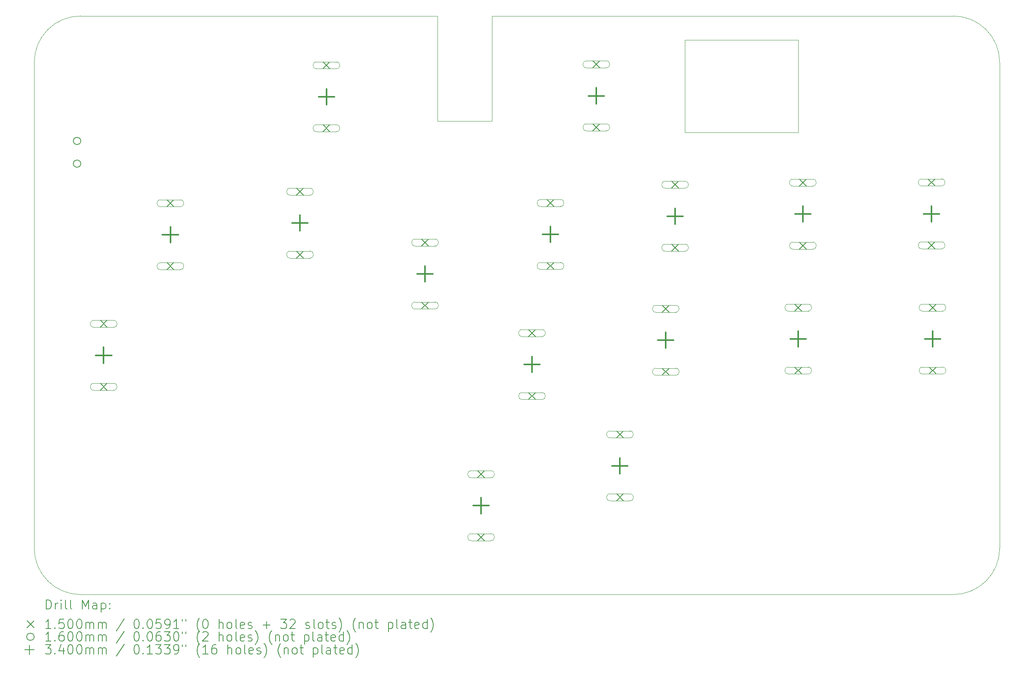
<source format=gbr>
%TF.GenerationSoftware,KiCad,Pcbnew,8.0.6*%
%TF.CreationDate,2024-11-20T03:38:02+00:00*%
%TF.ProjectId,keychron_hitbox,6b657963-6872-46f6-9e5f-686974626f78,rev?*%
%TF.SameCoordinates,Original*%
%TF.FileFunction,Drillmap*%
%TF.FilePolarity,Positive*%
%FSLAX45Y45*%
G04 Gerber Fmt 4.5, Leading zero omitted, Abs format (unit mm)*
G04 Created by KiCad (PCBNEW 8.0.6) date 2024-11-20 03:38:02*
%MOMM*%
%LPD*%
G01*
G04 APERTURE LIST*
%ADD10C,0.050000*%
%ADD11C,0.200000*%
%ADD12C,0.150000*%
%ADD13C,0.100000*%
%ADD14C,0.160000*%
%ADD15C,0.340000*%
G04 APERTURE END LIST*
D10*
X5300000Y-15000000D02*
X24150000Y-15000000D01*
X14189000Y-4735000D02*
X14189000Y-4770000D01*
X12946000Y-2500000D02*
X5300000Y-2500000D01*
X4300000Y-14000000D02*
X4300000Y-3500000D01*
X25150000Y-14000000D02*
G75*
G02*
X24150000Y-15000000I-1000000J0D01*
G01*
X24150000Y-2500000D02*
G75*
G02*
X25150000Y-3500000I0J-1000000D01*
G01*
X14189000Y-2500000D02*
X24150000Y-2500000D01*
X4300000Y-3500000D02*
G75*
G02*
X5300000Y-2500000I1000000J0D01*
G01*
X13007000Y-4770000D02*
X13007000Y-4766300D01*
X14189000Y-2500000D02*
X14189000Y-4735000D01*
X14189000Y-4770000D02*
X13007000Y-4770000D01*
X13007000Y-3311300D02*
X13007000Y-2500000D01*
X5300000Y-15000000D02*
G75*
G02*
X4300000Y-14000000I0J1000000D01*
G01*
X25150000Y-3500000D02*
X25150000Y-14000000D01*
X12946000Y-2500000D02*
X13007000Y-2500000D01*
X18350000Y-3015000D02*
X20800000Y-3015000D01*
X20800000Y-5015000D01*
X18350000Y-5015000D01*
X18350000Y-3015000D01*
X13007000Y-3311300D02*
X13007000Y-4766300D01*
D11*
D12*
X5725000Y-9075000D02*
X5875000Y-9225000D01*
X5875000Y-9075000D02*
X5725000Y-9225000D01*
D13*
X5585000Y-9225000D02*
X6015000Y-9225000D01*
X6015000Y-9075000D02*
G75*
G02*
X6015000Y-9225000I0J-75000D01*
G01*
X6015000Y-9075000D02*
X5585000Y-9075000D01*
X5585000Y-9075000D02*
G75*
G03*
X5585000Y-9225000I0J-75000D01*
G01*
D12*
X5725000Y-10435000D02*
X5875000Y-10585000D01*
X5875000Y-10435000D02*
X5725000Y-10585000D01*
D13*
X5585000Y-10585000D02*
X6015000Y-10585000D01*
X6015000Y-10435000D02*
G75*
G02*
X6015000Y-10585000I0J-75000D01*
G01*
X6015000Y-10435000D02*
X5585000Y-10435000D01*
X5585000Y-10435000D02*
G75*
G03*
X5585000Y-10585000I0J-75000D01*
G01*
D12*
X7165000Y-6470000D02*
X7315000Y-6620000D01*
X7315000Y-6470000D02*
X7165000Y-6620000D01*
D13*
X7025000Y-6620000D02*
X7455000Y-6620000D01*
X7455000Y-6470000D02*
G75*
G02*
X7455000Y-6620000I0J-75000D01*
G01*
X7455000Y-6470000D02*
X7025000Y-6470000D01*
X7025000Y-6470000D02*
G75*
G03*
X7025000Y-6620000I0J-75000D01*
G01*
D12*
X7165000Y-7830000D02*
X7315000Y-7980000D01*
X7315000Y-7830000D02*
X7165000Y-7980000D01*
D13*
X7025000Y-7980000D02*
X7455000Y-7980000D01*
X7455000Y-7830000D02*
G75*
G02*
X7455000Y-7980000I0J-75000D01*
G01*
X7455000Y-7830000D02*
X7025000Y-7830000D01*
X7025000Y-7830000D02*
G75*
G03*
X7025000Y-7980000I0J-75000D01*
G01*
D12*
X9965000Y-6220000D02*
X10115000Y-6370000D01*
X10115000Y-6220000D02*
X9965000Y-6370000D01*
D13*
X9825000Y-6370000D02*
X10255000Y-6370000D01*
X10255000Y-6220000D02*
G75*
G02*
X10255000Y-6370000I0J-75000D01*
G01*
X10255000Y-6220000D02*
X9825000Y-6220000D01*
X9825000Y-6220000D02*
G75*
G03*
X9825000Y-6370000I0J-75000D01*
G01*
D12*
X9965000Y-7580000D02*
X10115000Y-7730000D01*
X10115000Y-7580000D02*
X9965000Y-7730000D01*
D13*
X9825000Y-7730000D02*
X10255000Y-7730000D01*
X10255000Y-7580000D02*
G75*
G02*
X10255000Y-7730000I0J-75000D01*
G01*
X10255000Y-7580000D02*
X9825000Y-7580000D01*
X9825000Y-7580000D02*
G75*
G03*
X9825000Y-7730000I0J-75000D01*
G01*
D12*
X10535000Y-3490000D02*
X10685000Y-3640000D01*
X10685000Y-3490000D02*
X10535000Y-3640000D01*
D13*
X10395000Y-3640000D02*
X10825000Y-3640000D01*
X10825000Y-3490000D02*
G75*
G02*
X10825000Y-3640000I0J-75000D01*
G01*
X10825000Y-3490000D02*
X10395000Y-3490000D01*
X10395000Y-3490000D02*
G75*
G03*
X10395000Y-3640000I0J-75000D01*
G01*
D12*
X10535000Y-4850000D02*
X10685000Y-5000000D01*
X10685000Y-4850000D02*
X10535000Y-5000000D01*
D13*
X10395000Y-5000000D02*
X10825000Y-5000000D01*
X10825000Y-4850000D02*
G75*
G02*
X10825000Y-5000000I0J-75000D01*
G01*
X10825000Y-4850000D02*
X10395000Y-4850000D01*
X10395000Y-4850000D02*
G75*
G03*
X10395000Y-5000000I0J-75000D01*
G01*
D12*
X12665000Y-7320000D02*
X12815000Y-7470000D01*
X12815000Y-7320000D02*
X12665000Y-7470000D01*
D13*
X12525000Y-7470000D02*
X12955000Y-7470000D01*
X12955000Y-7320000D02*
G75*
G02*
X12955000Y-7470000I0J-75000D01*
G01*
X12955000Y-7320000D02*
X12525000Y-7320000D01*
X12525000Y-7320000D02*
G75*
G03*
X12525000Y-7470000I0J-75000D01*
G01*
D12*
X12665000Y-8680000D02*
X12815000Y-8830000D01*
X12815000Y-8680000D02*
X12665000Y-8830000D01*
D13*
X12525000Y-8830000D02*
X12955000Y-8830000D01*
X12955000Y-8680000D02*
G75*
G02*
X12955000Y-8830000I0J-75000D01*
G01*
X12955000Y-8680000D02*
X12525000Y-8680000D01*
X12525000Y-8680000D02*
G75*
G03*
X12525000Y-8830000I0J-75000D01*
G01*
D12*
X13875000Y-12325000D02*
X14025000Y-12475000D01*
X14025000Y-12325000D02*
X13875000Y-12475000D01*
D13*
X13735000Y-12475000D02*
X14165000Y-12475000D01*
X14165000Y-12325000D02*
G75*
G02*
X14165000Y-12475000I0J-75000D01*
G01*
X14165000Y-12325000D02*
X13735000Y-12325000D01*
X13735000Y-12325000D02*
G75*
G03*
X13735000Y-12475000I0J-75000D01*
G01*
D12*
X13875000Y-13685000D02*
X14025000Y-13835000D01*
X14025000Y-13685000D02*
X13875000Y-13835000D01*
D13*
X13735000Y-13835000D02*
X14165000Y-13835000D01*
X14165000Y-13685000D02*
G75*
G02*
X14165000Y-13835000I0J-75000D01*
G01*
X14165000Y-13685000D02*
X13735000Y-13685000D01*
X13735000Y-13685000D02*
G75*
G03*
X13735000Y-13835000I0J-75000D01*
G01*
D12*
X14975000Y-9275000D02*
X15125000Y-9425000D01*
X15125000Y-9275000D02*
X14975000Y-9425000D01*
D13*
X14835000Y-9425000D02*
X15265000Y-9425000D01*
X15265000Y-9275000D02*
G75*
G02*
X15265000Y-9425000I0J-75000D01*
G01*
X15265000Y-9275000D02*
X14835000Y-9275000D01*
X14835000Y-9275000D02*
G75*
G03*
X14835000Y-9425000I0J-75000D01*
G01*
D12*
X14975000Y-10635000D02*
X15125000Y-10785000D01*
X15125000Y-10635000D02*
X14975000Y-10785000D01*
D13*
X14835000Y-10785000D02*
X15265000Y-10785000D01*
X15265000Y-10635000D02*
G75*
G02*
X15265000Y-10785000I0J-75000D01*
G01*
X15265000Y-10635000D02*
X14835000Y-10635000D01*
X14835000Y-10635000D02*
G75*
G03*
X14835000Y-10785000I0J-75000D01*
G01*
D12*
X15375000Y-6465000D02*
X15525000Y-6615000D01*
X15525000Y-6465000D02*
X15375000Y-6615000D01*
D13*
X15235000Y-6615000D02*
X15665000Y-6615000D01*
X15665000Y-6465000D02*
G75*
G02*
X15665000Y-6615000I0J-75000D01*
G01*
X15665000Y-6465000D02*
X15235000Y-6465000D01*
X15235000Y-6465000D02*
G75*
G03*
X15235000Y-6615000I0J-75000D01*
G01*
D12*
X15375000Y-7825000D02*
X15525000Y-7975000D01*
X15525000Y-7825000D02*
X15375000Y-7975000D01*
D13*
X15235000Y-7975000D02*
X15665000Y-7975000D01*
X15665000Y-7825000D02*
G75*
G02*
X15665000Y-7975000I0J-75000D01*
G01*
X15665000Y-7825000D02*
X15235000Y-7825000D01*
X15235000Y-7825000D02*
G75*
G03*
X15235000Y-7975000I0J-75000D01*
G01*
D12*
X16365000Y-3470000D02*
X16515000Y-3620000D01*
X16515000Y-3470000D02*
X16365000Y-3620000D01*
D13*
X16225000Y-3620000D02*
X16655000Y-3620000D01*
X16655000Y-3470000D02*
G75*
G02*
X16655000Y-3620000I0J-75000D01*
G01*
X16655000Y-3470000D02*
X16225000Y-3470000D01*
X16225000Y-3470000D02*
G75*
G03*
X16225000Y-3620000I0J-75000D01*
G01*
D12*
X16365000Y-4830000D02*
X16515000Y-4980000D01*
X16515000Y-4830000D02*
X16365000Y-4980000D01*
D13*
X16225000Y-4980000D02*
X16655000Y-4980000D01*
X16655000Y-4830000D02*
G75*
G02*
X16655000Y-4980000I0J-75000D01*
G01*
X16655000Y-4830000D02*
X16225000Y-4830000D01*
X16225000Y-4830000D02*
G75*
G03*
X16225000Y-4980000I0J-75000D01*
G01*
D12*
X16875000Y-11465000D02*
X17025000Y-11615000D01*
X17025000Y-11465000D02*
X16875000Y-11615000D01*
D13*
X16735000Y-11615000D02*
X17165000Y-11615000D01*
X17165000Y-11465000D02*
G75*
G02*
X17165000Y-11615000I0J-75000D01*
G01*
X17165000Y-11465000D02*
X16735000Y-11465000D01*
X16735000Y-11465000D02*
G75*
G03*
X16735000Y-11615000I0J-75000D01*
G01*
D12*
X16875000Y-12825000D02*
X17025000Y-12975000D01*
X17025000Y-12825000D02*
X16875000Y-12975000D01*
D13*
X16735000Y-12975000D02*
X17165000Y-12975000D01*
X17165000Y-12825000D02*
G75*
G02*
X17165000Y-12975000I0J-75000D01*
G01*
X17165000Y-12825000D02*
X16735000Y-12825000D01*
X16735000Y-12825000D02*
G75*
G03*
X16735000Y-12975000I0J-75000D01*
G01*
D12*
X17865000Y-8750000D02*
X18015000Y-8900000D01*
X18015000Y-8750000D02*
X17865000Y-8900000D01*
D13*
X17725000Y-8900000D02*
X18155000Y-8900000D01*
X18155000Y-8750000D02*
G75*
G02*
X18155000Y-8900000I0J-75000D01*
G01*
X18155000Y-8750000D02*
X17725000Y-8750000D01*
X17725000Y-8750000D02*
G75*
G03*
X17725000Y-8900000I0J-75000D01*
G01*
D12*
X17865000Y-10110000D02*
X18015000Y-10260000D01*
X18015000Y-10110000D02*
X17865000Y-10260000D01*
D13*
X17725000Y-10260000D02*
X18155000Y-10260000D01*
X18155000Y-10110000D02*
G75*
G02*
X18155000Y-10260000I0J-75000D01*
G01*
X18155000Y-10110000D02*
X17725000Y-10110000D01*
X17725000Y-10110000D02*
G75*
G03*
X17725000Y-10260000I0J-75000D01*
G01*
D12*
X18065000Y-6070000D02*
X18215000Y-6220000D01*
X18215000Y-6070000D02*
X18065000Y-6220000D01*
D13*
X17925000Y-6220000D02*
X18355000Y-6220000D01*
X18355000Y-6070000D02*
G75*
G02*
X18355000Y-6220000I0J-75000D01*
G01*
X18355000Y-6070000D02*
X17925000Y-6070000D01*
X17925000Y-6070000D02*
G75*
G03*
X17925000Y-6220000I0J-75000D01*
G01*
D12*
X18065000Y-7430000D02*
X18215000Y-7580000D01*
X18215000Y-7430000D02*
X18065000Y-7580000D01*
D13*
X17925000Y-7580000D02*
X18355000Y-7580000D01*
X18355000Y-7430000D02*
G75*
G02*
X18355000Y-7580000I0J-75000D01*
G01*
X18355000Y-7430000D02*
X17925000Y-7430000D01*
X17925000Y-7430000D02*
G75*
G03*
X17925000Y-7580000I0J-75000D01*
G01*
D12*
X20725000Y-8725000D02*
X20875000Y-8875000D01*
X20875000Y-8725000D02*
X20725000Y-8875000D01*
D13*
X20585000Y-8875000D02*
X21015000Y-8875000D01*
X21015000Y-8725000D02*
G75*
G02*
X21015000Y-8875000I0J-75000D01*
G01*
X21015000Y-8725000D02*
X20585000Y-8725000D01*
X20585000Y-8725000D02*
G75*
G03*
X20585000Y-8875000I0J-75000D01*
G01*
D12*
X20725000Y-10085000D02*
X20875000Y-10235000D01*
X20875000Y-10085000D02*
X20725000Y-10235000D01*
D13*
X20585000Y-10235000D02*
X21015000Y-10235000D01*
X21015000Y-10085000D02*
G75*
G02*
X21015000Y-10235000I0J-75000D01*
G01*
X21015000Y-10085000D02*
X20585000Y-10085000D01*
X20585000Y-10085000D02*
G75*
G03*
X20585000Y-10235000I0J-75000D01*
G01*
D12*
X20825000Y-6025000D02*
X20975000Y-6175000D01*
X20975000Y-6025000D02*
X20825000Y-6175000D01*
D13*
X20685000Y-6175000D02*
X21115000Y-6175000D01*
X21115000Y-6025000D02*
G75*
G02*
X21115000Y-6175000I0J-75000D01*
G01*
X21115000Y-6025000D02*
X20685000Y-6025000D01*
X20685000Y-6025000D02*
G75*
G03*
X20685000Y-6175000I0J-75000D01*
G01*
D12*
X20825000Y-7385000D02*
X20975000Y-7535000D01*
X20975000Y-7385000D02*
X20825000Y-7535000D01*
D13*
X20685000Y-7535000D02*
X21115000Y-7535000D01*
X21115000Y-7385000D02*
G75*
G02*
X21115000Y-7535000I0J-75000D01*
G01*
X21115000Y-7385000D02*
X20685000Y-7385000D01*
X20685000Y-7385000D02*
G75*
G03*
X20685000Y-7535000I0J-75000D01*
G01*
D12*
X23605000Y-6020000D02*
X23755000Y-6170000D01*
X23755000Y-6020000D02*
X23605000Y-6170000D01*
D13*
X23465000Y-6170000D02*
X23895000Y-6170000D01*
X23895000Y-6020000D02*
G75*
G02*
X23895000Y-6170000I0J-75000D01*
G01*
X23895000Y-6020000D02*
X23465000Y-6020000D01*
X23465000Y-6020000D02*
G75*
G03*
X23465000Y-6170000I0J-75000D01*
G01*
D12*
X23605000Y-7380000D02*
X23755000Y-7530000D01*
X23755000Y-7380000D02*
X23605000Y-7530000D01*
D13*
X23465000Y-7530000D02*
X23895000Y-7530000D01*
X23895000Y-7380000D02*
G75*
G02*
X23895000Y-7530000I0J-75000D01*
G01*
X23895000Y-7380000D02*
X23465000Y-7380000D01*
X23465000Y-7380000D02*
G75*
G03*
X23465000Y-7530000I0J-75000D01*
G01*
D12*
X23625000Y-8725000D02*
X23775000Y-8875000D01*
X23775000Y-8725000D02*
X23625000Y-8875000D01*
D13*
X23485000Y-8875000D02*
X23915000Y-8875000D01*
X23915000Y-8725000D02*
G75*
G02*
X23915000Y-8875000I0J-75000D01*
G01*
X23915000Y-8725000D02*
X23485000Y-8725000D01*
X23485000Y-8725000D02*
G75*
G03*
X23485000Y-8875000I0J-75000D01*
G01*
D12*
X23625000Y-10085000D02*
X23775000Y-10235000D01*
X23775000Y-10085000D02*
X23625000Y-10235000D01*
D13*
X23485000Y-10235000D02*
X23915000Y-10235000D01*
X23915000Y-10085000D02*
G75*
G02*
X23915000Y-10235000I0J-75000D01*
G01*
X23915000Y-10085000D02*
X23485000Y-10085000D01*
X23485000Y-10085000D02*
G75*
G03*
X23485000Y-10235000I0J-75000D01*
G01*
D14*
X5305000Y-5200000D02*
G75*
G02*
X5145000Y-5200000I-80000J0D01*
G01*
X5145000Y-5200000D02*
G75*
G02*
X5305000Y-5200000I80000J0D01*
G01*
X5305000Y-5690000D02*
G75*
G02*
X5145000Y-5690000I-80000J0D01*
G01*
X5145000Y-5690000D02*
G75*
G02*
X5305000Y-5690000I80000J0D01*
G01*
D15*
X5800000Y-9660000D02*
X5800000Y-10000000D01*
X5630000Y-9830000D02*
X5970000Y-9830000D01*
X7240000Y-7055000D02*
X7240000Y-7395000D01*
X7070000Y-7225000D02*
X7410000Y-7225000D01*
X10040000Y-6805000D02*
X10040000Y-7145000D01*
X9870000Y-6975000D02*
X10210000Y-6975000D01*
X10610000Y-4075000D02*
X10610000Y-4415000D01*
X10440000Y-4245000D02*
X10780000Y-4245000D01*
X12740000Y-7905000D02*
X12740000Y-8245000D01*
X12570000Y-8075000D02*
X12910000Y-8075000D01*
X13950000Y-12910000D02*
X13950000Y-13250000D01*
X13780000Y-13080000D02*
X14120000Y-13080000D01*
X15050000Y-9860000D02*
X15050000Y-10200000D01*
X14880000Y-10030000D02*
X15220000Y-10030000D01*
X15450000Y-7050000D02*
X15450000Y-7390000D01*
X15280000Y-7220000D02*
X15620000Y-7220000D01*
X16440000Y-4055000D02*
X16440000Y-4395000D01*
X16270000Y-4225000D02*
X16610000Y-4225000D01*
X16950000Y-12050000D02*
X16950000Y-12390000D01*
X16780000Y-12220000D02*
X17120000Y-12220000D01*
X17940000Y-9335000D02*
X17940000Y-9675000D01*
X17770000Y-9505000D02*
X18110000Y-9505000D01*
X18140000Y-6655000D02*
X18140000Y-6995000D01*
X17970000Y-6825000D02*
X18310000Y-6825000D01*
X20800000Y-9310000D02*
X20800000Y-9650000D01*
X20630000Y-9480000D02*
X20970000Y-9480000D01*
X20900000Y-6610000D02*
X20900000Y-6950000D01*
X20730000Y-6780000D02*
X21070000Y-6780000D01*
X23680000Y-6605000D02*
X23680000Y-6945000D01*
X23510000Y-6775000D02*
X23850000Y-6775000D01*
X23700000Y-9310000D02*
X23700000Y-9650000D01*
X23530000Y-9480000D02*
X23870000Y-9480000D01*
D11*
X4558277Y-15313984D02*
X4558277Y-15113984D01*
X4558277Y-15113984D02*
X4605896Y-15113984D01*
X4605896Y-15113984D02*
X4634467Y-15123508D01*
X4634467Y-15123508D02*
X4653515Y-15142555D01*
X4653515Y-15142555D02*
X4663039Y-15161603D01*
X4663039Y-15161603D02*
X4672563Y-15199698D01*
X4672563Y-15199698D02*
X4672563Y-15228269D01*
X4672563Y-15228269D02*
X4663039Y-15266365D01*
X4663039Y-15266365D02*
X4653515Y-15285412D01*
X4653515Y-15285412D02*
X4634467Y-15304460D01*
X4634467Y-15304460D02*
X4605896Y-15313984D01*
X4605896Y-15313984D02*
X4558277Y-15313984D01*
X4758277Y-15313984D02*
X4758277Y-15180650D01*
X4758277Y-15218746D02*
X4767801Y-15199698D01*
X4767801Y-15199698D02*
X4777324Y-15190174D01*
X4777324Y-15190174D02*
X4796372Y-15180650D01*
X4796372Y-15180650D02*
X4815420Y-15180650D01*
X4882086Y-15313984D02*
X4882086Y-15180650D01*
X4882086Y-15113984D02*
X4872563Y-15123508D01*
X4872563Y-15123508D02*
X4882086Y-15133031D01*
X4882086Y-15133031D02*
X4891610Y-15123508D01*
X4891610Y-15123508D02*
X4882086Y-15113984D01*
X4882086Y-15113984D02*
X4882086Y-15133031D01*
X5005896Y-15313984D02*
X4986848Y-15304460D01*
X4986848Y-15304460D02*
X4977324Y-15285412D01*
X4977324Y-15285412D02*
X4977324Y-15113984D01*
X5110658Y-15313984D02*
X5091610Y-15304460D01*
X5091610Y-15304460D02*
X5082086Y-15285412D01*
X5082086Y-15285412D02*
X5082086Y-15113984D01*
X5339229Y-15313984D02*
X5339229Y-15113984D01*
X5339229Y-15113984D02*
X5405896Y-15256841D01*
X5405896Y-15256841D02*
X5472563Y-15113984D01*
X5472563Y-15113984D02*
X5472563Y-15313984D01*
X5653515Y-15313984D02*
X5653515Y-15209222D01*
X5653515Y-15209222D02*
X5643991Y-15190174D01*
X5643991Y-15190174D02*
X5624943Y-15180650D01*
X5624943Y-15180650D02*
X5586848Y-15180650D01*
X5586848Y-15180650D02*
X5567801Y-15190174D01*
X5653515Y-15304460D02*
X5634467Y-15313984D01*
X5634467Y-15313984D02*
X5586848Y-15313984D01*
X5586848Y-15313984D02*
X5567801Y-15304460D01*
X5567801Y-15304460D02*
X5558277Y-15285412D01*
X5558277Y-15285412D02*
X5558277Y-15266365D01*
X5558277Y-15266365D02*
X5567801Y-15247317D01*
X5567801Y-15247317D02*
X5586848Y-15237793D01*
X5586848Y-15237793D02*
X5634467Y-15237793D01*
X5634467Y-15237793D02*
X5653515Y-15228269D01*
X5748753Y-15180650D02*
X5748753Y-15380650D01*
X5748753Y-15190174D02*
X5767801Y-15180650D01*
X5767801Y-15180650D02*
X5805896Y-15180650D01*
X5805896Y-15180650D02*
X5824943Y-15190174D01*
X5824943Y-15190174D02*
X5834467Y-15199698D01*
X5834467Y-15199698D02*
X5843991Y-15218746D01*
X5843991Y-15218746D02*
X5843991Y-15275888D01*
X5843991Y-15275888D02*
X5834467Y-15294936D01*
X5834467Y-15294936D02*
X5824943Y-15304460D01*
X5824943Y-15304460D02*
X5805896Y-15313984D01*
X5805896Y-15313984D02*
X5767801Y-15313984D01*
X5767801Y-15313984D02*
X5748753Y-15304460D01*
X5929705Y-15294936D02*
X5939229Y-15304460D01*
X5939229Y-15304460D02*
X5929705Y-15313984D01*
X5929705Y-15313984D02*
X5920182Y-15304460D01*
X5920182Y-15304460D02*
X5929705Y-15294936D01*
X5929705Y-15294936D02*
X5929705Y-15313984D01*
X5929705Y-15190174D02*
X5939229Y-15199698D01*
X5939229Y-15199698D02*
X5929705Y-15209222D01*
X5929705Y-15209222D02*
X5920182Y-15199698D01*
X5920182Y-15199698D02*
X5929705Y-15190174D01*
X5929705Y-15190174D02*
X5929705Y-15209222D01*
D12*
X4147500Y-15567500D02*
X4297500Y-15717500D01*
X4297500Y-15567500D02*
X4147500Y-15717500D01*
D11*
X4663039Y-15733984D02*
X4548753Y-15733984D01*
X4605896Y-15733984D02*
X4605896Y-15533984D01*
X4605896Y-15533984D02*
X4586848Y-15562555D01*
X4586848Y-15562555D02*
X4567801Y-15581603D01*
X4567801Y-15581603D02*
X4548753Y-15591127D01*
X4748753Y-15714936D02*
X4758277Y-15724460D01*
X4758277Y-15724460D02*
X4748753Y-15733984D01*
X4748753Y-15733984D02*
X4739229Y-15724460D01*
X4739229Y-15724460D02*
X4748753Y-15714936D01*
X4748753Y-15714936D02*
X4748753Y-15733984D01*
X4939229Y-15533984D02*
X4843991Y-15533984D01*
X4843991Y-15533984D02*
X4834467Y-15629222D01*
X4834467Y-15629222D02*
X4843991Y-15619698D01*
X4843991Y-15619698D02*
X4863039Y-15610174D01*
X4863039Y-15610174D02*
X4910658Y-15610174D01*
X4910658Y-15610174D02*
X4929705Y-15619698D01*
X4929705Y-15619698D02*
X4939229Y-15629222D01*
X4939229Y-15629222D02*
X4948753Y-15648269D01*
X4948753Y-15648269D02*
X4948753Y-15695888D01*
X4948753Y-15695888D02*
X4939229Y-15714936D01*
X4939229Y-15714936D02*
X4929705Y-15724460D01*
X4929705Y-15724460D02*
X4910658Y-15733984D01*
X4910658Y-15733984D02*
X4863039Y-15733984D01*
X4863039Y-15733984D02*
X4843991Y-15724460D01*
X4843991Y-15724460D02*
X4834467Y-15714936D01*
X5072563Y-15533984D02*
X5091610Y-15533984D01*
X5091610Y-15533984D02*
X5110658Y-15543508D01*
X5110658Y-15543508D02*
X5120182Y-15553031D01*
X5120182Y-15553031D02*
X5129705Y-15572079D01*
X5129705Y-15572079D02*
X5139229Y-15610174D01*
X5139229Y-15610174D02*
X5139229Y-15657793D01*
X5139229Y-15657793D02*
X5129705Y-15695888D01*
X5129705Y-15695888D02*
X5120182Y-15714936D01*
X5120182Y-15714936D02*
X5110658Y-15724460D01*
X5110658Y-15724460D02*
X5091610Y-15733984D01*
X5091610Y-15733984D02*
X5072563Y-15733984D01*
X5072563Y-15733984D02*
X5053515Y-15724460D01*
X5053515Y-15724460D02*
X5043991Y-15714936D01*
X5043991Y-15714936D02*
X5034467Y-15695888D01*
X5034467Y-15695888D02*
X5024944Y-15657793D01*
X5024944Y-15657793D02*
X5024944Y-15610174D01*
X5024944Y-15610174D02*
X5034467Y-15572079D01*
X5034467Y-15572079D02*
X5043991Y-15553031D01*
X5043991Y-15553031D02*
X5053515Y-15543508D01*
X5053515Y-15543508D02*
X5072563Y-15533984D01*
X5263039Y-15533984D02*
X5282086Y-15533984D01*
X5282086Y-15533984D02*
X5301134Y-15543508D01*
X5301134Y-15543508D02*
X5310658Y-15553031D01*
X5310658Y-15553031D02*
X5320182Y-15572079D01*
X5320182Y-15572079D02*
X5329705Y-15610174D01*
X5329705Y-15610174D02*
X5329705Y-15657793D01*
X5329705Y-15657793D02*
X5320182Y-15695888D01*
X5320182Y-15695888D02*
X5310658Y-15714936D01*
X5310658Y-15714936D02*
X5301134Y-15724460D01*
X5301134Y-15724460D02*
X5282086Y-15733984D01*
X5282086Y-15733984D02*
X5263039Y-15733984D01*
X5263039Y-15733984D02*
X5243991Y-15724460D01*
X5243991Y-15724460D02*
X5234467Y-15714936D01*
X5234467Y-15714936D02*
X5224944Y-15695888D01*
X5224944Y-15695888D02*
X5215420Y-15657793D01*
X5215420Y-15657793D02*
X5215420Y-15610174D01*
X5215420Y-15610174D02*
X5224944Y-15572079D01*
X5224944Y-15572079D02*
X5234467Y-15553031D01*
X5234467Y-15553031D02*
X5243991Y-15543508D01*
X5243991Y-15543508D02*
X5263039Y-15533984D01*
X5415420Y-15733984D02*
X5415420Y-15600650D01*
X5415420Y-15619698D02*
X5424944Y-15610174D01*
X5424944Y-15610174D02*
X5443991Y-15600650D01*
X5443991Y-15600650D02*
X5472563Y-15600650D01*
X5472563Y-15600650D02*
X5491610Y-15610174D01*
X5491610Y-15610174D02*
X5501134Y-15629222D01*
X5501134Y-15629222D02*
X5501134Y-15733984D01*
X5501134Y-15629222D02*
X5510658Y-15610174D01*
X5510658Y-15610174D02*
X5529705Y-15600650D01*
X5529705Y-15600650D02*
X5558277Y-15600650D01*
X5558277Y-15600650D02*
X5577325Y-15610174D01*
X5577325Y-15610174D02*
X5586848Y-15629222D01*
X5586848Y-15629222D02*
X5586848Y-15733984D01*
X5682086Y-15733984D02*
X5682086Y-15600650D01*
X5682086Y-15619698D02*
X5691610Y-15610174D01*
X5691610Y-15610174D02*
X5710658Y-15600650D01*
X5710658Y-15600650D02*
X5739229Y-15600650D01*
X5739229Y-15600650D02*
X5758277Y-15610174D01*
X5758277Y-15610174D02*
X5767801Y-15629222D01*
X5767801Y-15629222D02*
X5767801Y-15733984D01*
X5767801Y-15629222D02*
X5777324Y-15610174D01*
X5777324Y-15610174D02*
X5796372Y-15600650D01*
X5796372Y-15600650D02*
X5824943Y-15600650D01*
X5824943Y-15600650D02*
X5843991Y-15610174D01*
X5843991Y-15610174D02*
X5853515Y-15629222D01*
X5853515Y-15629222D02*
X5853515Y-15733984D01*
X6243991Y-15524460D02*
X6072563Y-15781603D01*
X6501134Y-15533984D02*
X6520182Y-15533984D01*
X6520182Y-15533984D02*
X6539229Y-15543508D01*
X6539229Y-15543508D02*
X6548753Y-15553031D01*
X6548753Y-15553031D02*
X6558277Y-15572079D01*
X6558277Y-15572079D02*
X6567801Y-15610174D01*
X6567801Y-15610174D02*
X6567801Y-15657793D01*
X6567801Y-15657793D02*
X6558277Y-15695888D01*
X6558277Y-15695888D02*
X6548753Y-15714936D01*
X6548753Y-15714936D02*
X6539229Y-15724460D01*
X6539229Y-15724460D02*
X6520182Y-15733984D01*
X6520182Y-15733984D02*
X6501134Y-15733984D01*
X6501134Y-15733984D02*
X6482086Y-15724460D01*
X6482086Y-15724460D02*
X6472563Y-15714936D01*
X6472563Y-15714936D02*
X6463039Y-15695888D01*
X6463039Y-15695888D02*
X6453515Y-15657793D01*
X6453515Y-15657793D02*
X6453515Y-15610174D01*
X6453515Y-15610174D02*
X6463039Y-15572079D01*
X6463039Y-15572079D02*
X6472563Y-15553031D01*
X6472563Y-15553031D02*
X6482086Y-15543508D01*
X6482086Y-15543508D02*
X6501134Y-15533984D01*
X6653515Y-15714936D02*
X6663039Y-15724460D01*
X6663039Y-15724460D02*
X6653515Y-15733984D01*
X6653515Y-15733984D02*
X6643991Y-15724460D01*
X6643991Y-15724460D02*
X6653515Y-15714936D01*
X6653515Y-15714936D02*
X6653515Y-15733984D01*
X6786848Y-15533984D02*
X6805896Y-15533984D01*
X6805896Y-15533984D02*
X6824944Y-15543508D01*
X6824944Y-15543508D02*
X6834467Y-15553031D01*
X6834467Y-15553031D02*
X6843991Y-15572079D01*
X6843991Y-15572079D02*
X6853515Y-15610174D01*
X6853515Y-15610174D02*
X6853515Y-15657793D01*
X6853515Y-15657793D02*
X6843991Y-15695888D01*
X6843991Y-15695888D02*
X6834467Y-15714936D01*
X6834467Y-15714936D02*
X6824944Y-15724460D01*
X6824944Y-15724460D02*
X6805896Y-15733984D01*
X6805896Y-15733984D02*
X6786848Y-15733984D01*
X6786848Y-15733984D02*
X6767801Y-15724460D01*
X6767801Y-15724460D02*
X6758277Y-15714936D01*
X6758277Y-15714936D02*
X6748753Y-15695888D01*
X6748753Y-15695888D02*
X6739229Y-15657793D01*
X6739229Y-15657793D02*
X6739229Y-15610174D01*
X6739229Y-15610174D02*
X6748753Y-15572079D01*
X6748753Y-15572079D02*
X6758277Y-15553031D01*
X6758277Y-15553031D02*
X6767801Y-15543508D01*
X6767801Y-15543508D02*
X6786848Y-15533984D01*
X7034467Y-15533984D02*
X6939229Y-15533984D01*
X6939229Y-15533984D02*
X6929706Y-15629222D01*
X6929706Y-15629222D02*
X6939229Y-15619698D01*
X6939229Y-15619698D02*
X6958277Y-15610174D01*
X6958277Y-15610174D02*
X7005896Y-15610174D01*
X7005896Y-15610174D02*
X7024944Y-15619698D01*
X7024944Y-15619698D02*
X7034467Y-15629222D01*
X7034467Y-15629222D02*
X7043991Y-15648269D01*
X7043991Y-15648269D02*
X7043991Y-15695888D01*
X7043991Y-15695888D02*
X7034467Y-15714936D01*
X7034467Y-15714936D02*
X7024944Y-15724460D01*
X7024944Y-15724460D02*
X7005896Y-15733984D01*
X7005896Y-15733984D02*
X6958277Y-15733984D01*
X6958277Y-15733984D02*
X6939229Y-15724460D01*
X6939229Y-15724460D02*
X6929706Y-15714936D01*
X7139229Y-15733984D02*
X7177325Y-15733984D01*
X7177325Y-15733984D02*
X7196372Y-15724460D01*
X7196372Y-15724460D02*
X7205896Y-15714936D01*
X7205896Y-15714936D02*
X7224944Y-15686365D01*
X7224944Y-15686365D02*
X7234467Y-15648269D01*
X7234467Y-15648269D02*
X7234467Y-15572079D01*
X7234467Y-15572079D02*
X7224944Y-15553031D01*
X7224944Y-15553031D02*
X7215420Y-15543508D01*
X7215420Y-15543508D02*
X7196372Y-15533984D01*
X7196372Y-15533984D02*
X7158277Y-15533984D01*
X7158277Y-15533984D02*
X7139229Y-15543508D01*
X7139229Y-15543508D02*
X7129706Y-15553031D01*
X7129706Y-15553031D02*
X7120182Y-15572079D01*
X7120182Y-15572079D02*
X7120182Y-15619698D01*
X7120182Y-15619698D02*
X7129706Y-15638746D01*
X7129706Y-15638746D02*
X7139229Y-15648269D01*
X7139229Y-15648269D02*
X7158277Y-15657793D01*
X7158277Y-15657793D02*
X7196372Y-15657793D01*
X7196372Y-15657793D02*
X7215420Y-15648269D01*
X7215420Y-15648269D02*
X7224944Y-15638746D01*
X7224944Y-15638746D02*
X7234467Y-15619698D01*
X7424944Y-15733984D02*
X7310658Y-15733984D01*
X7367801Y-15733984D02*
X7367801Y-15533984D01*
X7367801Y-15533984D02*
X7348753Y-15562555D01*
X7348753Y-15562555D02*
X7329706Y-15581603D01*
X7329706Y-15581603D02*
X7310658Y-15591127D01*
X7501134Y-15533984D02*
X7501134Y-15572079D01*
X7577325Y-15533984D02*
X7577325Y-15572079D01*
X7872563Y-15810174D02*
X7863039Y-15800650D01*
X7863039Y-15800650D02*
X7843991Y-15772079D01*
X7843991Y-15772079D02*
X7834468Y-15753031D01*
X7834468Y-15753031D02*
X7824944Y-15724460D01*
X7824944Y-15724460D02*
X7815420Y-15676841D01*
X7815420Y-15676841D02*
X7815420Y-15638746D01*
X7815420Y-15638746D02*
X7824944Y-15591127D01*
X7824944Y-15591127D02*
X7834468Y-15562555D01*
X7834468Y-15562555D02*
X7843991Y-15543508D01*
X7843991Y-15543508D02*
X7863039Y-15514936D01*
X7863039Y-15514936D02*
X7872563Y-15505412D01*
X7986848Y-15533984D02*
X8005896Y-15533984D01*
X8005896Y-15533984D02*
X8024944Y-15543508D01*
X8024944Y-15543508D02*
X8034468Y-15553031D01*
X8034468Y-15553031D02*
X8043991Y-15572079D01*
X8043991Y-15572079D02*
X8053515Y-15610174D01*
X8053515Y-15610174D02*
X8053515Y-15657793D01*
X8053515Y-15657793D02*
X8043991Y-15695888D01*
X8043991Y-15695888D02*
X8034468Y-15714936D01*
X8034468Y-15714936D02*
X8024944Y-15724460D01*
X8024944Y-15724460D02*
X8005896Y-15733984D01*
X8005896Y-15733984D02*
X7986848Y-15733984D01*
X7986848Y-15733984D02*
X7967801Y-15724460D01*
X7967801Y-15724460D02*
X7958277Y-15714936D01*
X7958277Y-15714936D02*
X7948753Y-15695888D01*
X7948753Y-15695888D02*
X7939229Y-15657793D01*
X7939229Y-15657793D02*
X7939229Y-15610174D01*
X7939229Y-15610174D02*
X7948753Y-15572079D01*
X7948753Y-15572079D02*
X7958277Y-15553031D01*
X7958277Y-15553031D02*
X7967801Y-15543508D01*
X7967801Y-15543508D02*
X7986848Y-15533984D01*
X8291610Y-15733984D02*
X8291610Y-15533984D01*
X8377325Y-15733984D02*
X8377325Y-15629222D01*
X8377325Y-15629222D02*
X8367801Y-15610174D01*
X8367801Y-15610174D02*
X8348753Y-15600650D01*
X8348753Y-15600650D02*
X8320182Y-15600650D01*
X8320182Y-15600650D02*
X8301134Y-15610174D01*
X8301134Y-15610174D02*
X8291610Y-15619698D01*
X8501134Y-15733984D02*
X8482087Y-15724460D01*
X8482087Y-15724460D02*
X8472563Y-15714936D01*
X8472563Y-15714936D02*
X8463039Y-15695888D01*
X8463039Y-15695888D02*
X8463039Y-15638746D01*
X8463039Y-15638746D02*
X8472563Y-15619698D01*
X8472563Y-15619698D02*
X8482087Y-15610174D01*
X8482087Y-15610174D02*
X8501134Y-15600650D01*
X8501134Y-15600650D02*
X8529706Y-15600650D01*
X8529706Y-15600650D02*
X8548753Y-15610174D01*
X8548753Y-15610174D02*
X8558277Y-15619698D01*
X8558277Y-15619698D02*
X8567801Y-15638746D01*
X8567801Y-15638746D02*
X8567801Y-15695888D01*
X8567801Y-15695888D02*
X8558277Y-15714936D01*
X8558277Y-15714936D02*
X8548753Y-15724460D01*
X8548753Y-15724460D02*
X8529706Y-15733984D01*
X8529706Y-15733984D02*
X8501134Y-15733984D01*
X8682087Y-15733984D02*
X8663039Y-15724460D01*
X8663039Y-15724460D02*
X8653515Y-15705412D01*
X8653515Y-15705412D02*
X8653515Y-15533984D01*
X8834468Y-15724460D02*
X8815420Y-15733984D01*
X8815420Y-15733984D02*
X8777325Y-15733984D01*
X8777325Y-15733984D02*
X8758277Y-15724460D01*
X8758277Y-15724460D02*
X8748753Y-15705412D01*
X8748753Y-15705412D02*
X8748753Y-15629222D01*
X8748753Y-15629222D02*
X8758277Y-15610174D01*
X8758277Y-15610174D02*
X8777325Y-15600650D01*
X8777325Y-15600650D02*
X8815420Y-15600650D01*
X8815420Y-15600650D02*
X8834468Y-15610174D01*
X8834468Y-15610174D02*
X8843992Y-15629222D01*
X8843992Y-15629222D02*
X8843992Y-15648269D01*
X8843992Y-15648269D02*
X8748753Y-15667317D01*
X8920182Y-15724460D02*
X8939230Y-15733984D01*
X8939230Y-15733984D02*
X8977325Y-15733984D01*
X8977325Y-15733984D02*
X8996373Y-15724460D01*
X8996373Y-15724460D02*
X9005896Y-15705412D01*
X9005896Y-15705412D02*
X9005896Y-15695888D01*
X9005896Y-15695888D02*
X8996373Y-15676841D01*
X8996373Y-15676841D02*
X8977325Y-15667317D01*
X8977325Y-15667317D02*
X8948753Y-15667317D01*
X8948753Y-15667317D02*
X8929706Y-15657793D01*
X8929706Y-15657793D02*
X8920182Y-15638746D01*
X8920182Y-15638746D02*
X8920182Y-15629222D01*
X8920182Y-15629222D02*
X8929706Y-15610174D01*
X8929706Y-15610174D02*
X8948753Y-15600650D01*
X8948753Y-15600650D02*
X8977325Y-15600650D01*
X8977325Y-15600650D02*
X8996373Y-15610174D01*
X9243992Y-15657793D02*
X9396373Y-15657793D01*
X9320182Y-15733984D02*
X9320182Y-15581603D01*
X9624944Y-15533984D02*
X9748754Y-15533984D01*
X9748754Y-15533984D02*
X9682087Y-15610174D01*
X9682087Y-15610174D02*
X9710658Y-15610174D01*
X9710658Y-15610174D02*
X9729706Y-15619698D01*
X9729706Y-15619698D02*
X9739230Y-15629222D01*
X9739230Y-15629222D02*
X9748754Y-15648269D01*
X9748754Y-15648269D02*
X9748754Y-15695888D01*
X9748754Y-15695888D02*
X9739230Y-15714936D01*
X9739230Y-15714936D02*
X9729706Y-15724460D01*
X9729706Y-15724460D02*
X9710658Y-15733984D01*
X9710658Y-15733984D02*
X9653515Y-15733984D01*
X9653515Y-15733984D02*
X9634468Y-15724460D01*
X9634468Y-15724460D02*
X9624944Y-15714936D01*
X9824944Y-15553031D02*
X9834468Y-15543508D01*
X9834468Y-15543508D02*
X9853515Y-15533984D01*
X9853515Y-15533984D02*
X9901135Y-15533984D01*
X9901135Y-15533984D02*
X9920182Y-15543508D01*
X9920182Y-15543508D02*
X9929706Y-15553031D01*
X9929706Y-15553031D02*
X9939230Y-15572079D01*
X9939230Y-15572079D02*
X9939230Y-15591127D01*
X9939230Y-15591127D02*
X9929706Y-15619698D01*
X9929706Y-15619698D02*
X9815420Y-15733984D01*
X9815420Y-15733984D02*
X9939230Y-15733984D01*
X10167801Y-15724460D02*
X10186849Y-15733984D01*
X10186849Y-15733984D02*
X10224944Y-15733984D01*
X10224944Y-15733984D02*
X10243992Y-15724460D01*
X10243992Y-15724460D02*
X10253516Y-15705412D01*
X10253516Y-15705412D02*
X10253516Y-15695888D01*
X10253516Y-15695888D02*
X10243992Y-15676841D01*
X10243992Y-15676841D02*
X10224944Y-15667317D01*
X10224944Y-15667317D02*
X10196373Y-15667317D01*
X10196373Y-15667317D02*
X10177325Y-15657793D01*
X10177325Y-15657793D02*
X10167801Y-15638746D01*
X10167801Y-15638746D02*
X10167801Y-15629222D01*
X10167801Y-15629222D02*
X10177325Y-15610174D01*
X10177325Y-15610174D02*
X10196373Y-15600650D01*
X10196373Y-15600650D02*
X10224944Y-15600650D01*
X10224944Y-15600650D02*
X10243992Y-15610174D01*
X10367801Y-15733984D02*
X10348754Y-15724460D01*
X10348754Y-15724460D02*
X10339230Y-15705412D01*
X10339230Y-15705412D02*
X10339230Y-15533984D01*
X10472563Y-15733984D02*
X10453516Y-15724460D01*
X10453516Y-15724460D02*
X10443992Y-15714936D01*
X10443992Y-15714936D02*
X10434468Y-15695888D01*
X10434468Y-15695888D02*
X10434468Y-15638746D01*
X10434468Y-15638746D02*
X10443992Y-15619698D01*
X10443992Y-15619698D02*
X10453516Y-15610174D01*
X10453516Y-15610174D02*
X10472563Y-15600650D01*
X10472563Y-15600650D02*
X10501135Y-15600650D01*
X10501135Y-15600650D02*
X10520182Y-15610174D01*
X10520182Y-15610174D02*
X10529706Y-15619698D01*
X10529706Y-15619698D02*
X10539230Y-15638746D01*
X10539230Y-15638746D02*
X10539230Y-15695888D01*
X10539230Y-15695888D02*
X10529706Y-15714936D01*
X10529706Y-15714936D02*
X10520182Y-15724460D01*
X10520182Y-15724460D02*
X10501135Y-15733984D01*
X10501135Y-15733984D02*
X10472563Y-15733984D01*
X10596373Y-15600650D02*
X10672563Y-15600650D01*
X10624944Y-15533984D02*
X10624944Y-15705412D01*
X10624944Y-15705412D02*
X10634468Y-15724460D01*
X10634468Y-15724460D02*
X10653516Y-15733984D01*
X10653516Y-15733984D02*
X10672563Y-15733984D01*
X10729706Y-15724460D02*
X10748754Y-15733984D01*
X10748754Y-15733984D02*
X10786849Y-15733984D01*
X10786849Y-15733984D02*
X10805897Y-15724460D01*
X10805897Y-15724460D02*
X10815420Y-15705412D01*
X10815420Y-15705412D02*
X10815420Y-15695888D01*
X10815420Y-15695888D02*
X10805897Y-15676841D01*
X10805897Y-15676841D02*
X10786849Y-15667317D01*
X10786849Y-15667317D02*
X10758277Y-15667317D01*
X10758277Y-15667317D02*
X10739230Y-15657793D01*
X10739230Y-15657793D02*
X10729706Y-15638746D01*
X10729706Y-15638746D02*
X10729706Y-15629222D01*
X10729706Y-15629222D02*
X10739230Y-15610174D01*
X10739230Y-15610174D02*
X10758277Y-15600650D01*
X10758277Y-15600650D02*
X10786849Y-15600650D01*
X10786849Y-15600650D02*
X10805897Y-15610174D01*
X10882087Y-15810174D02*
X10891611Y-15800650D01*
X10891611Y-15800650D02*
X10910658Y-15772079D01*
X10910658Y-15772079D02*
X10920182Y-15753031D01*
X10920182Y-15753031D02*
X10929706Y-15724460D01*
X10929706Y-15724460D02*
X10939230Y-15676841D01*
X10939230Y-15676841D02*
X10939230Y-15638746D01*
X10939230Y-15638746D02*
X10929706Y-15591127D01*
X10929706Y-15591127D02*
X10920182Y-15562555D01*
X10920182Y-15562555D02*
X10910658Y-15543508D01*
X10910658Y-15543508D02*
X10891611Y-15514936D01*
X10891611Y-15514936D02*
X10882087Y-15505412D01*
X11243992Y-15810174D02*
X11234468Y-15800650D01*
X11234468Y-15800650D02*
X11215420Y-15772079D01*
X11215420Y-15772079D02*
X11205896Y-15753031D01*
X11205896Y-15753031D02*
X11196373Y-15724460D01*
X11196373Y-15724460D02*
X11186849Y-15676841D01*
X11186849Y-15676841D02*
X11186849Y-15638746D01*
X11186849Y-15638746D02*
X11196373Y-15591127D01*
X11196373Y-15591127D02*
X11205896Y-15562555D01*
X11205896Y-15562555D02*
X11215420Y-15543508D01*
X11215420Y-15543508D02*
X11234468Y-15514936D01*
X11234468Y-15514936D02*
X11243992Y-15505412D01*
X11320182Y-15600650D02*
X11320182Y-15733984D01*
X11320182Y-15619698D02*
X11329706Y-15610174D01*
X11329706Y-15610174D02*
X11348754Y-15600650D01*
X11348754Y-15600650D02*
X11377325Y-15600650D01*
X11377325Y-15600650D02*
X11396373Y-15610174D01*
X11396373Y-15610174D02*
X11405896Y-15629222D01*
X11405896Y-15629222D02*
X11405896Y-15733984D01*
X11529706Y-15733984D02*
X11510658Y-15724460D01*
X11510658Y-15724460D02*
X11501135Y-15714936D01*
X11501135Y-15714936D02*
X11491611Y-15695888D01*
X11491611Y-15695888D02*
X11491611Y-15638746D01*
X11491611Y-15638746D02*
X11501135Y-15619698D01*
X11501135Y-15619698D02*
X11510658Y-15610174D01*
X11510658Y-15610174D02*
X11529706Y-15600650D01*
X11529706Y-15600650D02*
X11558277Y-15600650D01*
X11558277Y-15600650D02*
X11577325Y-15610174D01*
X11577325Y-15610174D02*
X11586849Y-15619698D01*
X11586849Y-15619698D02*
X11596373Y-15638746D01*
X11596373Y-15638746D02*
X11596373Y-15695888D01*
X11596373Y-15695888D02*
X11586849Y-15714936D01*
X11586849Y-15714936D02*
X11577325Y-15724460D01*
X11577325Y-15724460D02*
X11558277Y-15733984D01*
X11558277Y-15733984D02*
X11529706Y-15733984D01*
X11653516Y-15600650D02*
X11729706Y-15600650D01*
X11682087Y-15533984D02*
X11682087Y-15705412D01*
X11682087Y-15705412D02*
X11691611Y-15724460D01*
X11691611Y-15724460D02*
X11710658Y-15733984D01*
X11710658Y-15733984D02*
X11729706Y-15733984D01*
X11948754Y-15600650D02*
X11948754Y-15800650D01*
X11948754Y-15610174D02*
X11967801Y-15600650D01*
X11967801Y-15600650D02*
X12005897Y-15600650D01*
X12005897Y-15600650D02*
X12024944Y-15610174D01*
X12024944Y-15610174D02*
X12034468Y-15619698D01*
X12034468Y-15619698D02*
X12043992Y-15638746D01*
X12043992Y-15638746D02*
X12043992Y-15695888D01*
X12043992Y-15695888D02*
X12034468Y-15714936D01*
X12034468Y-15714936D02*
X12024944Y-15724460D01*
X12024944Y-15724460D02*
X12005897Y-15733984D01*
X12005897Y-15733984D02*
X11967801Y-15733984D01*
X11967801Y-15733984D02*
X11948754Y-15724460D01*
X12158277Y-15733984D02*
X12139230Y-15724460D01*
X12139230Y-15724460D02*
X12129706Y-15705412D01*
X12129706Y-15705412D02*
X12129706Y-15533984D01*
X12320182Y-15733984D02*
X12320182Y-15629222D01*
X12320182Y-15629222D02*
X12310658Y-15610174D01*
X12310658Y-15610174D02*
X12291611Y-15600650D01*
X12291611Y-15600650D02*
X12253516Y-15600650D01*
X12253516Y-15600650D02*
X12234468Y-15610174D01*
X12320182Y-15724460D02*
X12301135Y-15733984D01*
X12301135Y-15733984D02*
X12253516Y-15733984D01*
X12253516Y-15733984D02*
X12234468Y-15724460D01*
X12234468Y-15724460D02*
X12224944Y-15705412D01*
X12224944Y-15705412D02*
X12224944Y-15686365D01*
X12224944Y-15686365D02*
X12234468Y-15667317D01*
X12234468Y-15667317D02*
X12253516Y-15657793D01*
X12253516Y-15657793D02*
X12301135Y-15657793D01*
X12301135Y-15657793D02*
X12320182Y-15648269D01*
X12386849Y-15600650D02*
X12463039Y-15600650D01*
X12415420Y-15533984D02*
X12415420Y-15705412D01*
X12415420Y-15705412D02*
X12424944Y-15724460D01*
X12424944Y-15724460D02*
X12443992Y-15733984D01*
X12443992Y-15733984D02*
X12463039Y-15733984D01*
X12605897Y-15724460D02*
X12586849Y-15733984D01*
X12586849Y-15733984D02*
X12548754Y-15733984D01*
X12548754Y-15733984D02*
X12529706Y-15724460D01*
X12529706Y-15724460D02*
X12520182Y-15705412D01*
X12520182Y-15705412D02*
X12520182Y-15629222D01*
X12520182Y-15629222D02*
X12529706Y-15610174D01*
X12529706Y-15610174D02*
X12548754Y-15600650D01*
X12548754Y-15600650D02*
X12586849Y-15600650D01*
X12586849Y-15600650D02*
X12605897Y-15610174D01*
X12605897Y-15610174D02*
X12615420Y-15629222D01*
X12615420Y-15629222D02*
X12615420Y-15648269D01*
X12615420Y-15648269D02*
X12520182Y-15667317D01*
X12786849Y-15733984D02*
X12786849Y-15533984D01*
X12786849Y-15724460D02*
X12767801Y-15733984D01*
X12767801Y-15733984D02*
X12729706Y-15733984D01*
X12729706Y-15733984D02*
X12710658Y-15724460D01*
X12710658Y-15724460D02*
X12701135Y-15714936D01*
X12701135Y-15714936D02*
X12691611Y-15695888D01*
X12691611Y-15695888D02*
X12691611Y-15638746D01*
X12691611Y-15638746D02*
X12701135Y-15619698D01*
X12701135Y-15619698D02*
X12710658Y-15610174D01*
X12710658Y-15610174D02*
X12729706Y-15600650D01*
X12729706Y-15600650D02*
X12767801Y-15600650D01*
X12767801Y-15600650D02*
X12786849Y-15610174D01*
X12863039Y-15810174D02*
X12872563Y-15800650D01*
X12872563Y-15800650D02*
X12891611Y-15772079D01*
X12891611Y-15772079D02*
X12901135Y-15753031D01*
X12901135Y-15753031D02*
X12910658Y-15724460D01*
X12910658Y-15724460D02*
X12920182Y-15676841D01*
X12920182Y-15676841D02*
X12920182Y-15638746D01*
X12920182Y-15638746D02*
X12910658Y-15591127D01*
X12910658Y-15591127D02*
X12901135Y-15562555D01*
X12901135Y-15562555D02*
X12891611Y-15543508D01*
X12891611Y-15543508D02*
X12872563Y-15514936D01*
X12872563Y-15514936D02*
X12863039Y-15505412D01*
D14*
X4297500Y-15912500D02*
G75*
G02*
X4137500Y-15912500I-80000J0D01*
G01*
X4137500Y-15912500D02*
G75*
G02*
X4297500Y-15912500I80000J0D01*
G01*
D11*
X4663039Y-16003984D02*
X4548753Y-16003984D01*
X4605896Y-16003984D02*
X4605896Y-15803984D01*
X4605896Y-15803984D02*
X4586848Y-15832555D01*
X4586848Y-15832555D02*
X4567801Y-15851603D01*
X4567801Y-15851603D02*
X4548753Y-15861127D01*
X4748753Y-15984936D02*
X4758277Y-15994460D01*
X4758277Y-15994460D02*
X4748753Y-16003984D01*
X4748753Y-16003984D02*
X4739229Y-15994460D01*
X4739229Y-15994460D02*
X4748753Y-15984936D01*
X4748753Y-15984936D02*
X4748753Y-16003984D01*
X4929705Y-15803984D02*
X4891610Y-15803984D01*
X4891610Y-15803984D02*
X4872563Y-15813508D01*
X4872563Y-15813508D02*
X4863039Y-15823031D01*
X4863039Y-15823031D02*
X4843991Y-15851603D01*
X4843991Y-15851603D02*
X4834467Y-15889698D01*
X4834467Y-15889698D02*
X4834467Y-15965888D01*
X4834467Y-15965888D02*
X4843991Y-15984936D01*
X4843991Y-15984936D02*
X4853515Y-15994460D01*
X4853515Y-15994460D02*
X4872563Y-16003984D01*
X4872563Y-16003984D02*
X4910658Y-16003984D01*
X4910658Y-16003984D02*
X4929705Y-15994460D01*
X4929705Y-15994460D02*
X4939229Y-15984936D01*
X4939229Y-15984936D02*
X4948753Y-15965888D01*
X4948753Y-15965888D02*
X4948753Y-15918269D01*
X4948753Y-15918269D02*
X4939229Y-15899222D01*
X4939229Y-15899222D02*
X4929705Y-15889698D01*
X4929705Y-15889698D02*
X4910658Y-15880174D01*
X4910658Y-15880174D02*
X4872563Y-15880174D01*
X4872563Y-15880174D02*
X4853515Y-15889698D01*
X4853515Y-15889698D02*
X4843991Y-15899222D01*
X4843991Y-15899222D02*
X4834467Y-15918269D01*
X5072563Y-15803984D02*
X5091610Y-15803984D01*
X5091610Y-15803984D02*
X5110658Y-15813508D01*
X5110658Y-15813508D02*
X5120182Y-15823031D01*
X5120182Y-15823031D02*
X5129705Y-15842079D01*
X5129705Y-15842079D02*
X5139229Y-15880174D01*
X5139229Y-15880174D02*
X5139229Y-15927793D01*
X5139229Y-15927793D02*
X5129705Y-15965888D01*
X5129705Y-15965888D02*
X5120182Y-15984936D01*
X5120182Y-15984936D02*
X5110658Y-15994460D01*
X5110658Y-15994460D02*
X5091610Y-16003984D01*
X5091610Y-16003984D02*
X5072563Y-16003984D01*
X5072563Y-16003984D02*
X5053515Y-15994460D01*
X5053515Y-15994460D02*
X5043991Y-15984936D01*
X5043991Y-15984936D02*
X5034467Y-15965888D01*
X5034467Y-15965888D02*
X5024944Y-15927793D01*
X5024944Y-15927793D02*
X5024944Y-15880174D01*
X5024944Y-15880174D02*
X5034467Y-15842079D01*
X5034467Y-15842079D02*
X5043991Y-15823031D01*
X5043991Y-15823031D02*
X5053515Y-15813508D01*
X5053515Y-15813508D02*
X5072563Y-15803984D01*
X5263039Y-15803984D02*
X5282086Y-15803984D01*
X5282086Y-15803984D02*
X5301134Y-15813508D01*
X5301134Y-15813508D02*
X5310658Y-15823031D01*
X5310658Y-15823031D02*
X5320182Y-15842079D01*
X5320182Y-15842079D02*
X5329705Y-15880174D01*
X5329705Y-15880174D02*
X5329705Y-15927793D01*
X5329705Y-15927793D02*
X5320182Y-15965888D01*
X5320182Y-15965888D02*
X5310658Y-15984936D01*
X5310658Y-15984936D02*
X5301134Y-15994460D01*
X5301134Y-15994460D02*
X5282086Y-16003984D01*
X5282086Y-16003984D02*
X5263039Y-16003984D01*
X5263039Y-16003984D02*
X5243991Y-15994460D01*
X5243991Y-15994460D02*
X5234467Y-15984936D01*
X5234467Y-15984936D02*
X5224944Y-15965888D01*
X5224944Y-15965888D02*
X5215420Y-15927793D01*
X5215420Y-15927793D02*
X5215420Y-15880174D01*
X5215420Y-15880174D02*
X5224944Y-15842079D01*
X5224944Y-15842079D02*
X5234467Y-15823031D01*
X5234467Y-15823031D02*
X5243991Y-15813508D01*
X5243991Y-15813508D02*
X5263039Y-15803984D01*
X5415420Y-16003984D02*
X5415420Y-15870650D01*
X5415420Y-15889698D02*
X5424944Y-15880174D01*
X5424944Y-15880174D02*
X5443991Y-15870650D01*
X5443991Y-15870650D02*
X5472563Y-15870650D01*
X5472563Y-15870650D02*
X5491610Y-15880174D01*
X5491610Y-15880174D02*
X5501134Y-15899222D01*
X5501134Y-15899222D02*
X5501134Y-16003984D01*
X5501134Y-15899222D02*
X5510658Y-15880174D01*
X5510658Y-15880174D02*
X5529705Y-15870650D01*
X5529705Y-15870650D02*
X5558277Y-15870650D01*
X5558277Y-15870650D02*
X5577325Y-15880174D01*
X5577325Y-15880174D02*
X5586848Y-15899222D01*
X5586848Y-15899222D02*
X5586848Y-16003984D01*
X5682086Y-16003984D02*
X5682086Y-15870650D01*
X5682086Y-15889698D02*
X5691610Y-15880174D01*
X5691610Y-15880174D02*
X5710658Y-15870650D01*
X5710658Y-15870650D02*
X5739229Y-15870650D01*
X5739229Y-15870650D02*
X5758277Y-15880174D01*
X5758277Y-15880174D02*
X5767801Y-15899222D01*
X5767801Y-15899222D02*
X5767801Y-16003984D01*
X5767801Y-15899222D02*
X5777324Y-15880174D01*
X5777324Y-15880174D02*
X5796372Y-15870650D01*
X5796372Y-15870650D02*
X5824943Y-15870650D01*
X5824943Y-15870650D02*
X5843991Y-15880174D01*
X5843991Y-15880174D02*
X5853515Y-15899222D01*
X5853515Y-15899222D02*
X5853515Y-16003984D01*
X6243991Y-15794460D02*
X6072563Y-16051603D01*
X6501134Y-15803984D02*
X6520182Y-15803984D01*
X6520182Y-15803984D02*
X6539229Y-15813508D01*
X6539229Y-15813508D02*
X6548753Y-15823031D01*
X6548753Y-15823031D02*
X6558277Y-15842079D01*
X6558277Y-15842079D02*
X6567801Y-15880174D01*
X6567801Y-15880174D02*
X6567801Y-15927793D01*
X6567801Y-15927793D02*
X6558277Y-15965888D01*
X6558277Y-15965888D02*
X6548753Y-15984936D01*
X6548753Y-15984936D02*
X6539229Y-15994460D01*
X6539229Y-15994460D02*
X6520182Y-16003984D01*
X6520182Y-16003984D02*
X6501134Y-16003984D01*
X6501134Y-16003984D02*
X6482086Y-15994460D01*
X6482086Y-15994460D02*
X6472563Y-15984936D01*
X6472563Y-15984936D02*
X6463039Y-15965888D01*
X6463039Y-15965888D02*
X6453515Y-15927793D01*
X6453515Y-15927793D02*
X6453515Y-15880174D01*
X6453515Y-15880174D02*
X6463039Y-15842079D01*
X6463039Y-15842079D02*
X6472563Y-15823031D01*
X6472563Y-15823031D02*
X6482086Y-15813508D01*
X6482086Y-15813508D02*
X6501134Y-15803984D01*
X6653515Y-15984936D02*
X6663039Y-15994460D01*
X6663039Y-15994460D02*
X6653515Y-16003984D01*
X6653515Y-16003984D02*
X6643991Y-15994460D01*
X6643991Y-15994460D02*
X6653515Y-15984936D01*
X6653515Y-15984936D02*
X6653515Y-16003984D01*
X6786848Y-15803984D02*
X6805896Y-15803984D01*
X6805896Y-15803984D02*
X6824944Y-15813508D01*
X6824944Y-15813508D02*
X6834467Y-15823031D01*
X6834467Y-15823031D02*
X6843991Y-15842079D01*
X6843991Y-15842079D02*
X6853515Y-15880174D01*
X6853515Y-15880174D02*
X6853515Y-15927793D01*
X6853515Y-15927793D02*
X6843991Y-15965888D01*
X6843991Y-15965888D02*
X6834467Y-15984936D01*
X6834467Y-15984936D02*
X6824944Y-15994460D01*
X6824944Y-15994460D02*
X6805896Y-16003984D01*
X6805896Y-16003984D02*
X6786848Y-16003984D01*
X6786848Y-16003984D02*
X6767801Y-15994460D01*
X6767801Y-15994460D02*
X6758277Y-15984936D01*
X6758277Y-15984936D02*
X6748753Y-15965888D01*
X6748753Y-15965888D02*
X6739229Y-15927793D01*
X6739229Y-15927793D02*
X6739229Y-15880174D01*
X6739229Y-15880174D02*
X6748753Y-15842079D01*
X6748753Y-15842079D02*
X6758277Y-15823031D01*
X6758277Y-15823031D02*
X6767801Y-15813508D01*
X6767801Y-15813508D02*
X6786848Y-15803984D01*
X7024944Y-15803984D02*
X6986848Y-15803984D01*
X6986848Y-15803984D02*
X6967801Y-15813508D01*
X6967801Y-15813508D02*
X6958277Y-15823031D01*
X6958277Y-15823031D02*
X6939229Y-15851603D01*
X6939229Y-15851603D02*
X6929706Y-15889698D01*
X6929706Y-15889698D02*
X6929706Y-15965888D01*
X6929706Y-15965888D02*
X6939229Y-15984936D01*
X6939229Y-15984936D02*
X6948753Y-15994460D01*
X6948753Y-15994460D02*
X6967801Y-16003984D01*
X6967801Y-16003984D02*
X7005896Y-16003984D01*
X7005896Y-16003984D02*
X7024944Y-15994460D01*
X7024944Y-15994460D02*
X7034467Y-15984936D01*
X7034467Y-15984936D02*
X7043991Y-15965888D01*
X7043991Y-15965888D02*
X7043991Y-15918269D01*
X7043991Y-15918269D02*
X7034467Y-15899222D01*
X7034467Y-15899222D02*
X7024944Y-15889698D01*
X7024944Y-15889698D02*
X7005896Y-15880174D01*
X7005896Y-15880174D02*
X6967801Y-15880174D01*
X6967801Y-15880174D02*
X6948753Y-15889698D01*
X6948753Y-15889698D02*
X6939229Y-15899222D01*
X6939229Y-15899222D02*
X6929706Y-15918269D01*
X7110658Y-15803984D02*
X7234467Y-15803984D01*
X7234467Y-15803984D02*
X7167801Y-15880174D01*
X7167801Y-15880174D02*
X7196372Y-15880174D01*
X7196372Y-15880174D02*
X7215420Y-15889698D01*
X7215420Y-15889698D02*
X7224944Y-15899222D01*
X7224944Y-15899222D02*
X7234467Y-15918269D01*
X7234467Y-15918269D02*
X7234467Y-15965888D01*
X7234467Y-15965888D02*
X7224944Y-15984936D01*
X7224944Y-15984936D02*
X7215420Y-15994460D01*
X7215420Y-15994460D02*
X7196372Y-16003984D01*
X7196372Y-16003984D02*
X7139229Y-16003984D01*
X7139229Y-16003984D02*
X7120182Y-15994460D01*
X7120182Y-15994460D02*
X7110658Y-15984936D01*
X7358277Y-15803984D02*
X7377325Y-15803984D01*
X7377325Y-15803984D02*
X7396372Y-15813508D01*
X7396372Y-15813508D02*
X7405896Y-15823031D01*
X7405896Y-15823031D02*
X7415420Y-15842079D01*
X7415420Y-15842079D02*
X7424944Y-15880174D01*
X7424944Y-15880174D02*
X7424944Y-15927793D01*
X7424944Y-15927793D02*
X7415420Y-15965888D01*
X7415420Y-15965888D02*
X7405896Y-15984936D01*
X7405896Y-15984936D02*
X7396372Y-15994460D01*
X7396372Y-15994460D02*
X7377325Y-16003984D01*
X7377325Y-16003984D02*
X7358277Y-16003984D01*
X7358277Y-16003984D02*
X7339229Y-15994460D01*
X7339229Y-15994460D02*
X7329706Y-15984936D01*
X7329706Y-15984936D02*
X7320182Y-15965888D01*
X7320182Y-15965888D02*
X7310658Y-15927793D01*
X7310658Y-15927793D02*
X7310658Y-15880174D01*
X7310658Y-15880174D02*
X7320182Y-15842079D01*
X7320182Y-15842079D02*
X7329706Y-15823031D01*
X7329706Y-15823031D02*
X7339229Y-15813508D01*
X7339229Y-15813508D02*
X7358277Y-15803984D01*
X7501134Y-15803984D02*
X7501134Y-15842079D01*
X7577325Y-15803984D02*
X7577325Y-15842079D01*
X7872563Y-16080174D02*
X7863039Y-16070650D01*
X7863039Y-16070650D02*
X7843991Y-16042079D01*
X7843991Y-16042079D02*
X7834468Y-16023031D01*
X7834468Y-16023031D02*
X7824944Y-15994460D01*
X7824944Y-15994460D02*
X7815420Y-15946841D01*
X7815420Y-15946841D02*
X7815420Y-15908746D01*
X7815420Y-15908746D02*
X7824944Y-15861127D01*
X7824944Y-15861127D02*
X7834468Y-15832555D01*
X7834468Y-15832555D02*
X7843991Y-15813508D01*
X7843991Y-15813508D02*
X7863039Y-15784936D01*
X7863039Y-15784936D02*
X7872563Y-15775412D01*
X7939229Y-15823031D02*
X7948753Y-15813508D01*
X7948753Y-15813508D02*
X7967801Y-15803984D01*
X7967801Y-15803984D02*
X8015420Y-15803984D01*
X8015420Y-15803984D02*
X8034468Y-15813508D01*
X8034468Y-15813508D02*
X8043991Y-15823031D01*
X8043991Y-15823031D02*
X8053515Y-15842079D01*
X8053515Y-15842079D02*
X8053515Y-15861127D01*
X8053515Y-15861127D02*
X8043991Y-15889698D01*
X8043991Y-15889698D02*
X7929706Y-16003984D01*
X7929706Y-16003984D02*
X8053515Y-16003984D01*
X8291610Y-16003984D02*
X8291610Y-15803984D01*
X8377325Y-16003984D02*
X8377325Y-15899222D01*
X8377325Y-15899222D02*
X8367801Y-15880174D01*
X8367801Y-15880174D02*
X8348753Y-15870650D01*
X8348753Y-15870650D02*
X8320182Y-15870650D01*
X8320182Y-15870650D02*
X8301134Y-15880174D01*
X8301134Y-15880174D02*
X8291610Y-15889698D01*
X8501134Y-16003984D02*
X8482087Y-15994460D01*
X8482087Y-15994460D02*
X8472563Y-15984936D01*
X8472563Y-15984936D02*
X8463039Y-15965888D01*
X8463039Y-15965888D02*
X8463039Y-15908746D01*
X8463039Y-15908746D02*
X8472563Y-15889698D01*
X8472563Y-15889698D02*
X8482087Y-15880174D01*
X8482087Y-15880174D02*
X8501134Y-15870650D01*
X8501134Y-15870650D02*
X8529706Y-15870650D01*
X8529706Y-15870650D02*
X8548753Y-15880174D01*
X8548753Y-15880174D02*
X8558277Y-15889698D01*
X8558277Y-15889698D02*
X8567801Y-15908746D01*
X8567801Y-15908746D02*
X8567801Y-15965888D01*
X8567801Y-15965888D02*
X8558277Y-15984936D01*
X8558277Y-15984936D02*
X8548753Y-15994460D01*
X8548753Y-15994460D02*
X8529706Y-16003984D01*
X8529706Y-16003984D02*
X8501134Y-16003984D01*
X8682087Y-16003984D02*
X8663039Y-15994460D01*
X8663039Y-15994460D02*
X8653515Y-15975412D01*
X8653515Y-15975412D02*
X8653515Y-15803984D01*
X8834468Y-15994460D02*
X8815420Y-16003984D01*
X8815420Y-16003984D02*
X8777325Y-16003984D01*
X8777325Y-16003984D02*
X8758277Y-15994460D01*
X8758277Y-15994460D02*
X8748753Y-15975412D01*
X8748753Y-15975412D02*
X8748753Y-15899222D01*
X8748753Y-15899222D02*
X8758277Y-15880174D01*
X8758277Y-15880174D02*
X8777325Y-15870650D01*
X8777325Y-15870650D02*
X8815420Y-15870650D01*
X8815420Y-15870650D02*
X8834468Y-15880174D01*
X8834468Y-15880174D02*
X8843992Y-15899222D01*
X8843992Y-15899222D02*
X8843992Y-15918269D01*
X8843992Y-15918269D02*
X8748753Y-15937317D01*
X8920182Y-15994460D02*
X8939230Y-16003984D01*
X8939230Y-16003984D02*
X8977325Y-16003984D01*
X8977325Y-16003984D02*
X8996373Y-15994460D01*
X8996373Y-15994460D02*
X9005896Y-15975412D01*
X9005896Y-15975412D02*
X9005896Y-15965888D01*
X9005896Y-15965888D02*
X8996373Y-15946841D01*
X8996373Y-15946841D02*
X8977325Y-15937317D01*
X8977325Y-15937317D02*
X8948753Y-15937317D01*
X8948753Y-15937317D02*
X8929706Y-15927793D01*
X8929706Y-15927793D02*
X8920182Y-15908746D01*
X8920182Y-15908746D02*
X8920182Y-15899222D01*
X8920182Y-15899222D02*
X8929706Y-15880174D01*
X8929706Y-15880174D02*
X8948753Y-15870650D01*
X8948753Y-15870650D02*
X8977325Y-15870650D01*
X8977325Y-15870650D02*
X8996373Y-15880174D01*
X9072563Y-16080174D02*
X9082087Y-16070650D01*
X9082087Y-16070650D02*
X9101134Y-16042079D01*
X9101134Y-16042079D02*
X9110658Y-16023031D01*
X9110658Y-16023031D02*
X9120182Y-15994460D01*
X9120182Y-15994460D02*
X9129706Y-15946841D01*
X9129706Y-15946841D02*
X9129706Y-15908746D01*
X9129706Y-15908746D02*
X9120182Y-15861127D01*
X9120182Y-15861127D02*
X9110658Y-15832555D01*
X9110658Y-15832555D02*
X9101134Y-15813508D01*
X9101134Y-15813508D02*
X9082087Y-15784936D01*
X9082087Y-15784936D02*
X9072563Y-15775412D01*
X9434468Y-16080174D02*
X9424944Y-16070650D01*
X9424944Y-16070650D02*
X9405896Y-16042079D01*
X9405896Y-16042079D02*
X9396373Y-16023031D01*
X9396373Y-16023031D02*
X9386849Y-15994460D01*
X9386849Y-15994460D02*
X9377325Y-15946841D01*
X9377325Y-15946841D02*
X9377325Y-15908746D01*
X9377325Y-15908746D02*
X9386849Y-15861127D01*
X9386849Y-15861127D02*
X9396373Y-15832555D01*
X9396373Y-15832555D02*
X9405896Y-15813508D01*
X9405896Y-15813508D02*
X9424944Y-15784936D01*
X9424944Y-15784936D02*
X9434468Y-15775412D01*
X9510658Y-15870650D02*
X9510658Y-16003984D01*
X9510658Y-15889698D02*
X9520182Y-15880174D01*
X9520182Y-15880174D02*
X9539230Y-15870650D01*
X9539230Y-15870650D02*
X9567801Y-15870650D01*
X9567801Y-15870650D02*
X9586849Y-15880174D01*
X9586849Y-15880174D02*
X9596373Y-15899222D01*
X9596373Y-15899222D02*
X9596373Y-16003984D01*
X9720182Y-16003984D02*
X9701134Y-15994460D01*
X9701134Y-15994460D02*
X9691611Y-15984936D01*
X9691611Y-15984936D02*
X9682087Y-15965888D01*
X9682087Y-15965888D02*
X9682087Y-15908746D01*
X9682087Y-15908746D02*
X9691611Y-15889698D01*
X9691611Y-15889698D02*
X9701134Y-15880174D01*
X9701134Y-15880174D02*
X9720182Y-15870650D01*
X9720182Y-15870650D02*
X9748754Y-15870650D01*
X9748754Y-15870650D02*
X9767801Y-15880174D01*
X9767801Y-15880174D02*
X9777325Y-15889698D01*
X9777325Y-15889698D02*
X9786849Y-15908746D01*
X9786849Y-15908746D02*
X9786849Y-15965888D01*
X9786849Y-15965888D02*
X9777325Y-15984936D01*
X9777325Y-15984936D02*
X9767801Y-15994460D01*
X9767801Y-15994460D02*
X9748754Y-16003984D01*
X9748754Y-16003984D02*
X9720182Y-16003984D01*
X9843992Y-15870650D02*
X9920182Y-15870650D01*
X9872563Y-15803984D02*
X9872563Y-15975412D01*
X9872563Y-15975412D02*
X9882087Y-15994460D01*
X9882087Y-15994460D02*
X9901134Y-16003984D01*
X9901134Y-16003984D02*
X9920182Y-16003984D01*
X10139230Y-15870650D02*
X10139230Y-16070650D01*
X10139230Y-15880174D02*
X10158277Y-15870650D01*
X10158277Y-15870650D02*
X10196373Y-15870650D01*
X10196373Y-15870650D02*
X10215420Y-15880174D01*
X10215420Y-15880174D02*
X10224944Y-15889698D01*
X10224944Y-15889698D02*
X10234468Y-15908746D01*
X10234468Y-15908746D02*
X10234468Y-15965888D01*
X10234468Y-15965888D02*
X10224944Y-15984936D01*
X10224944Y-15984936D02*
X10215420Y-15994460D01*
X10215420Y-15994460D02*
X10196373Y-16003984D01*
X10196373Y-16003984D02*
X10158277Y-16003984D01*
X10158277Y-16003984D02*
X10139230Y-15994460D01*
X10348754Y-16003984D02*
X10329706Y-15994460D01*
X10329706Y-15994460D02*
X10320182Y-15975412D01*
X10320182Y-15975412D02*
X10320182Y-15803984D01*
X10510658Y-16003984D02*
X10510658Y-15899222D01*
X10510658Y-15899222D02*
X10501135Y-15880174D01*
X10501135Y-15880174D02*
X10482087Y-15870650D01*
X10482087Y-15870650D02*
X10443992Y-15870650D01*
X10443992Y-15870650D02*
X10424944Y-15880174D01*
X10510658Y-15994460D02*
X10491611Y-16003984D01*
X10491611Y-16003984D02*
X10443992Y-16003984D01*
X10443992Y-16003984D02*
X10424944Y-15994460D01*
X10424944Y-15994460D02*
X10415420Y-15975412D01*
X10415420Y-15975412D02*
X10415420Y-15956365D01*
X10415420Y-15956365D02*
X10424944Y-15937317D01*
X10424944Y-15937317D02*
X10443992Y-15927793D01*
X10443992Y-15927793D02*
X10491611Y-15927793D01*
X10491611Y-15927793D02*
X10510658Y-15918269D01*
X10577325Y-15870650D02*
X10653515Y-15870650D01*
X10605896Y-15803984D02*
X10605896Y-15975412D01*
X10605896Y-15975412D02*
X10615420Y-15994460D01*
X10615420Y-15994460D02*
X10634468Y-16003984D01*
X10634468Y-16003984D02*
X10653515Y-16003984D01*
X10796373Y-15994460D02*
X10777325Y-16003984D01*
X10777325Y-16003984D02*
X10739230Y-16003984D01*
X10739230Y-16003984D02*
X10720182Y-15994460D01*
X10720182Y-15994460D02*
X10710658Y-15975412D01*
X10710658Y-15975412D02*
X10710658Y-15899222D01*
X10710658Y-15899222D02*
X10720182Y-15880174D01*
X10720182Y-15880174D02*
X10739230Y-15870650D01*
X10739230Y-15870650D02*
X10777325Y-15870650D01*
X10777325Y-15870650D02*
X10796373Y-15880174D01*
X10796373Y-15880174D02*
X10805896Y-15899222D01*
X10805896Y-15899222D02*
X10805896Y-15918269D01*
X10805896Y-15918269D02*
X10710658Y-15937317D01*
X10977325Y-16003984D02*
X10977325Y-15803984D01*
X10977325Y-15994460D02*
X10958277Y-16003984D01*
X10958277Y-16003984D02*
X10920182Y-16003984D01*
X10920182Y-16003984D02*
X10901135Y-15994460D01*
X10901135Y-15994460D02*
X10891611Y-15984936D01*
X10891611Y-15984936D02*
X10882087Y-15965888D01*
X10882087Y-15965888D02*
X10882087Y-15908746D01*
X10882087Y-15908746D02*
X10891611Y-15889698D01*
X10891611Y-15889698D02*
X10901135Y-15880174D01*
X10901135Y-15880174D02*
X10920182Y-15870650D01*
X10920182Y-15870650D02*
X10958277Y-15870650D01*
X10958277Y-15870650D02*
X10977325Y-15880174D01*
X11053516Y-16080174D02*
X11063039Y-16070650D01*
X11063039Y-16070650D02*
X11082087Y-16042079D01*
X11082087Y-16042079D02*
X11091611Y-16023031D01*
X11091611Y-16023031D02*
X11101135Y-15994460D01*
X11101135Y-15994460D02*
X11110658Y-15946841D01*
X11110658Y-15946841D02*
X11110658Y-15908746D01*
X11110658Y-15908746D02*
X11101135Y-15861127D01*
X11101135Y-15861127D02*
X11091611Y-15832555D01*
X11091611Y-15832555D02*
X11082087Y-15813508D01*
X11082087Y-15813508D02*
X11063039Y-15784936D01*
X11063039Y-15784936D02*
X11053516Y-15775412D01*
X4197500Y-16092500D02*
X4197500Y-16292500D01*
X4097500Y-16192500D02*
X4297500Y-16192500D01*
X4539229Y-16083984D02*
X4663039Y-16083984D01*
X4663039Y-16083984D02*
X4596372Y-16160174D01*
X4596372Y-16160174D02*
X4624944Y-16160174D01*
X4624944Y-16160174D02*
X4643991Y-16169698D01*
X4643991Y-16169698D02*
X4653515Y-16179222D01*
X4653515Y-16179222D02*
X4663039Y-16198269D01*
X4663039Y-16198269D02*
X4663039Y-16245888D01*
X4663039Y-16245888D02*
X4653515Y-16264936D01*
X4653515Y-16264936D02*
X4643991Y-16274460D01*
X4643991Y-16274460D02*
X4624944Y-16283984D01*
X4624944Y-16283984D02*
X4567801Y-16283984D01*
X4567801Y-16283984D02*
X4548753Y-16274460D01*
X4548753Y-16274460D02*
X4539229Y-16264936D01*
X4748753Y-16264936D02*
X4758277Y-16274460D01*
X4758277Y-16274460D02*
X4748753Y-16283984D01*
X4748753Y-16283984D02*
X4739229Y-16274460D01*
X4739229Y-16274460D02*
X4748753Y-16264936D01*
X4748753Y-16264936D02*
X4748753Y-16283984D01*
X4929705Y-16150650D02*
X4929705Y-16283984D01*
X4882086Y-16074460D02*
X4834467Y-16217317D01*
X4834467Y-16217317D02*
X4958277Y-16217317D01*
X5072563Y-16083984D02*
X5091610Y-16083984D01*
X5091610Y-16083984D02*
X5110658Y-16093508D01*
X5110658Y-16093508D02*
X5120182Y-16103031D01*
X5120182Y-16103031D02*
X5129705Y-16122079D01*
X5129705Y-16122079D02*
X5139229Y-16160174D01*
X5139229Y-16160174D02*
X5139229Y-16207793D01*
X5139229Y-16207793D02*
X5129705Y-16245888D01*
X5129705Y-16245888D02*
X5120182Y-16264936D01*
X5120182Y-16264936D02*
X5110658Y-16274460D01*
X5110658Y-16274460D02*
X5091610Y-16283984D01*
X5091610Y-16283984D02*
X5072563Y-16283984D01*
X5072563Y-16283984D02*
X5053515Y-16274460D01*
X5053515Y-16274460D02*
X5043991Y-16264936D01*
X5043991Y-16264936D02*
X5034467Y-16245888D01*
X5034467Y-16245888D02*
X5024944Y-16207793D01*
X5024944Y-16207793D02*
X5024944Y-16160174D01*
X5024944Y-16160174D02*
X5034467Y-16122079D01*
X5034467Y-16122079D02*
X5043991Y-16103031D01*
X5043991Y-16103031D02*
X5053515Y-16093508D01*
X5053515Y-16093508D02*
X5072563Y-16083984D01*
X5263039Y-16083984D02*
X5282086Y-16083984D01*
X5282086Y-16083984D02*
X5301134Y-16093508D01*
X5301134Y-16093508D02*
X5310658Y-16103031D01*
X5310658Y-16103031D02*
X5320182Y-16122079D01*
X5320182Y-16122079D02*
X5329705Y-16160174D01*
X5329705Y-16160174D02*
X5329705Y-16207793D01*
X5329705Y-16207793D02*
X5320182Y-16245888D01*
X5320182Y-16245888D02*
X5310658Y-16264936D01*
X5310658Y-16264936D02*
X5301134Y-16274460D01*
X5301134Y-16274460D02*
X5282086Y-16283984D01*
X5282086Y-16283984D02*
X5263039Y-16283984D01*
X5263039Y-16283984D02*
X5243991Y-16274460D01*
X5243991Y-16274460D02*
X5234467Y-16264936D01*
X5234467Y-16264936D02*
X5224944Y-16245888D01*
X5224944Y-16245888D02*
X5215420Y-16207793D01*
X5215420Y-16207793D02*
X5215420Y-16160174D01*
X5215420Y-16160174D02*
X5224944Y-16122079D01*
X5224944Y-16122079D02*
X5234467Y-16103031D01*
X5234467Y-16103031D02*
X5243991Y-16093508D01*
X5243991Y-16093508D02*
X5263039Y-16083984D01*
X5415420Y-16283984D02*
X5415420Y-16150650D01*
X5415420Y-16169698D02*
X5424944Y-16160174D01*
X5424944Y-16160174D02*
X5443991Y-16150650D01*
X5443991Y-16150650D02*
X5472563Y-16150650D01*
X5472563Y-16150650D02*
X5491610Y-16160174D01*
X5491610Y-16160174D02*
X5501134Y-16179222D01*
X5501134Y-16179222D02*
X5501134Y-16283984D01*
X5501134Y-16179222D02*
X5510658Y-16160174D01*
X5510658Y-16160174D02*
X5529705Y-16150650D01*
X5529705Y-16150650D02*
X5558277Y-16150650D01*
X5558277Y-16150650D02*
X5577325Y-16160174D01*
X5577325Y-16160174D02*
X5586848Y-16179222D01*
X5586848Y-16179222D02*
X5586848Y-16283984D01*
X5682086Y-16283984D02*
X5682086Y-16150650D01*
X5682086Y-16169698D02*
X5691610Y-16160174D01*
X5691610Y-16160174D02*
X5710658Y-16150650D01*
X5710658Y-16150650D02*
X5739229Y-16150650D01*
X5739229Y-16150650D02*
X5758277Y-16160174D01*
X5758277Y-16160174D02*
X5767801Y-16179222D01*
X5767801Y-16179222D02*
X5767801Y-16283984D01*
X5767801Y-16179222D02*
X5777324Y-16160174D01*
X5777324Y-16160174D02*
X5796372Y-16150650D01*
X5796372Y-16150650D02*
X5824943Y-16150650D01*
X5824943Y-16150650D02*
X5843991Y-16160174D01*
X5843991Y-16160174D02*
X5853515Y-16179222D01*
X5853515Y-16179222D02*
X5853515Y-16283984D01*
X6243991Y-16074460D02*
X6072563Y-16331603D01*
X6501134Y-16083984D02*
X6520182Y-16083984D01*
X6520182Y-16083984D02*
X6539229Y-16093508D01*
X6539229Y-16093508D02*
X6548753Y-16103031D01*
X6548753Y-16103031D02*
X6558277Y-16122079D01*
X6558277Y-16122079D02*
X6567801Y-16160174D01*
X6567801Y-16160174D02*
X6567801Y-16207793D01*
X6567801Y-16207793D02*
X6558277Y-16245888D01*
X6558277Y-16245888D02*
X6548753Y-16264936D01*
X6548753Y-16264936D02*
X6539229Y-16274460D01*
X6539229Y-16274460D02*
X6520182Y-16283984D01*
X6520182Y-16283984D02*
X6501134Y-16283984D01*
X6501134Y-16283984D02*
X6482086Y-16274460D01*
X6482086Y-16274460D02*
X6472563Y-16264936D01*
X6472563Y-16264936D02*
X6463039Y-16245888D01*
X6463039Y-16245888D02*
X6453515Y-16207793D01*
X6453515Y-16207793D02*
X6453515Y-16160174D01*
X6453515Y-16160174D02*
X6463039Y-16122079D01*
X6463039Y-16122079D02*
X6472563Y-16103031D01*
X6472563Y-16103031D02*
X6482086Y-16093508D01*
X6482086Y-16093508D02*
X6501134Y-16083984D01*
X6653515Y-16264936D02*
X6663039Y-16274460D01*
X6663039Y-16274460D02*
X6653515Y-16283984D01*
X6653515Y-16283984D02*
X6643991Y-16274460D01*
X6643991Y-16274460D02*
X6653515Y-16264936D01*
X6653515Y-16264936D02*
X6653515Y-16283984D01*
X6853515Y-16283984D02*
X6739229Y-16283984D01*
X6796372Y-16283984D02*
X6796372Y-16083984D01*
X6796372Y-16083984D02*
X6777325Y-16112555D01*
X6777325Y-16112555D02*
X6758277Y-16131603D01*
X6758277Y-16131603D02*
X6739229Y-16141127D01*
X6920182Y-16083984D02*
X7043991Y-16083984D01*
X7043991Y-16083984D02*
X6977325Y-16160174D01*
X6977325Y-16160174D02*
X7005896Y-16160174D01*
X7005896Y-16160174D02*
X7024944Y-16169698D01*
X7024944Y-16169698D02*
X7034467Y-16179222D01*
X7034467Y-16179222D02*
X7043991Y-16198269D01*
X7043991Y-16198269D02*
X7043991Y-16245888D01*
X7043991Y-16245888D02*
X7034467Y-16264936D01*
X7034467Y-16264936D02*
X7024944Y-16274460D01*
X7024944Y-16274460D02*
X7005896Y-16283984D01*
X7005896Y-16283984D02*
X6948753Y-16283984D01*
X6948753Y-16283984D02*
X6929706Y-16274460D01*
X6929706Y-16274460D02*
X6920182Y-16264936D01*
X7110658Y-16083984D02*
X7234467Y-16083984D01*
X7234467Y-16083984D02*
X7167801Y-16160174D01*
X7167801Y-16160174D02*
X7196372Y-16160174D01*
X7196372Y-16160174D02*
X7215420Y-16169698D01*
X7215420Y-16169698D02*
X7224944Y-16179222D01*
X7224944Y-16179222D02*
X7234467Y-16198269D01*
X7234467Y-16198269D02*
X7234467Y-16245888D01*
X7234467Y-16245888D02*
X7224944Y-16264936D01*
X7224944Y-16264936D02*
X7215420Y-16274460D01*
X7215420Y-16274460D02*
X7196372Y-16283984D01*
X7196372Y-16283984D02*
X7139229Y-16283984D01*
X7139229Y-16283984D02*
X7120182Y-16274460D01*
X7120182Y-16274460D02*
X7110658Y-16264936D01*
X7329706Y-16283984D02*
X7367801Y-16283984D01*
X7367801Y-16283984D02*
X7386848Y-16274460D01*
X7386848Y-16274460D02*
X7396372Y-16264936D01*
X7396372Y-16264936D02*
X7415420Y-16236365D01*
X7415420Y-16236365D02*
X7424944Y-16198269D01*
X7424944Y-16198269D02*
X7424944Y-16122079D01*
X7424944Y-16122079D02*
X7415420Y-16103031D01*
X7415420Y-16103031D02*
X7405896Y-16093508D01*
X7405896Y-16093508D02*
X7386848Y-16083984D01*
X7386848Y-16083984D02*
X7348753Y-16083984D01*
X7348753Y-16083984D02*
X7329706Y-16093508D01*
X7329706Y-16093508D02*
X7320182Y-16103031D01*
X7320182Y-16103031D02*
X7310658Y-16122079D01*
X7310658Y-16122079D02*
X7310658Y-16169698D01*
X7310658Y-16169698D02*
X7320182Y-16188746D01*
X7320182Y-16188746D02*
X7329706Y-16198269D01*
X7329706Y-16198269D02*
X7348753Y-16207793D01*
X7348753Y-16207793D02*
X7386848Y-16207793D01*
X7386848Y-16207793D02*
X7405896Y-16198269D01*
X7405896Y-16198269D02*
X7415420Y-16188746D01*
X7415420Y-16188746D02*
X7424944Y-16169698D01*
X7501134Y-16083984D02*
X7501134Y-16122079D01*
X7577325Y-16083984D02*
X7577325Y-16122079D01*
X7872563Y-16360174D02*
X7863039Y-16350650D01*
X7863039Y-16350650D02*
X7843991Y-16322079D01*
X7843991Y-16322079D02*
X7834468Y-16303031D01*
X7834468Y-16303031D02*
X7824944Y-16274460D01*
X7824944Y-16274460D02*
X7815420Y-16226841D01*
X7815420Y-16226841D02*
X7815420Y-16188746D01*
X7815420Y-16188746D02*
X7824944Y-16141127D01*
X7824944Y-16141127D02*
X7834468Y-16112555D01*
X7834468Y-16112555D02*
X7843991Y-16093508D01*
X7843991Y-16093508D02*
X7863039Y-16064936D01*
X7863039Y-16064936D02*
X7872563Y-16055412D01*
X8053515Y-16283984D02*
X7939229Y-16283984D01*
X7996372Y-16283984D02*
X7996372Y-16083984D01*
X7996372Y-16083984D02*
X7977325Y-16112555D01*
X7977325Y-16112555D02*
X7958277Y-16131603D01*
X7958277Y-16131603D02*
X7939229Y-16141127D01*
X8224944Y-16083984D02*
X8186848Y-16083984D01*
X8186848Y-16083984D02*
X8167801Y-16093508D01*
X8167801Y-16093508D02*
X8158277Y-16103031D01*
X8158277Y-16103031D02*
X8139229Y-16131603D01*
X8139229Y-16131603D02*
X8129706Y-16169698D01*
X8129706Y-16169698D02*
X8129706Y-16245888D01*
X8129706Y-16245888D02*
X8139229Y-16264936D01*
X8139229Y-16264936D02*
X8148753Y-16274460D01*
X8148753Y-16274460D02*
X8167801Y-16283984D01*
X8167801Y-16283984D02*
X8205896Y-16283984D01*
X8205896Y-16283984D02*
X8224944Y-16274460D01*
X8224944Y-16274460D02*
X8234468Y-16264936D01*
X8234468Y-16264936D02*
X8243991Y-16245888D01*
X8243991Y-16245888D02*
X8243991Y-16198269D01*
X8243991Y-16198269D02*
X8234468Y-16179222D01*
X8234468Y-16179222D02*
X8224944Y-16169698D01*
X8224944Y-16169698D02*
X8205896Y-16160174D01*
X8205896Y-16160174D02*
X8167801Y-16160174D01*
X8167801Y-16160174D02*
X8148753Y-16169698D01*
X8148753Y-16169698D02*
X8139229Y-16179222D01*
X8139229Y-16179222D02*
X8129706Y-16198269D01*
X8482087Y-16283984D02*
X8482087Y-16083984D01*
X8567801Y-16283984D02*
X8567801Y-16179222D01*
X8567801Y-16179222D02*
X8558277Y-16160174D01*
X8558277Y-16160174D02*
X8539230Y-16150650D01*
X8539230Y-16150650D02*
X8510658Y-16150650D01*
X8510658Y-16150650D02*
X8491611Y-16160174D01*
X8491611Y-16160174D02*
X8482087Y-16169698D01*
X8691611Y-16283984D02*
X8672563Y-16274460D01*
X8672563Y-16274460D02*
X8663039Y-16264936D01*
X8663039Y-16264936D02*
X8653515Y-16245888D01*
X8653515Y-16245888D02*
X8653515Y-16188746D01*
X8653515Y-16188746D02*
X8663039Y-16169698D01*
X8663039Y-16169698D02*
X8672563Y-16160174D01*
X8672563Y-16160174D02*
X8691611Y-16150650D01*
X8691611Y-16150650D02*
X8720182Y-16150650D01*
X8720182Y-16150650D02*
X8739230Y-16160174D01*
X8739230Y-16160174D02*
X8748753Y-16169698D01*
X8748753Y-16169698D02*
X8758277Y-16188746D01*
X8758277Y-16188746D02*
X8758277Y-16245888D01*
X8758277Y-16245888D02*
X8748753Y-16264936D01*
X8748753Y-16264936D02*
X8739230Y-16274460D01*
X8739230Y-16274460D02*
X8720182Y-16283984D01*
X8720182Y-16283984D02*
X8691611Y-16283984D01*
X8872563Y-16283984D02*
X8853515Y-16274460D01*
X8853515Y-16274460D02*
X8843992Y-16255412D01*
X8843992Y-16255412D02*
X8843992Y-16083984D01*
X9024944Y-16274460D02*
X9005896Y-16283984D01*
X9005896Y-16283984D02*
X8967801Y-16283984D01*
X8967801Y-16283984D02*
X8948753Y-16274460D01*
X8948753Y-16274460D02*
X8939230Y-16255412D01*
X8939230Y-16255412D02*
X8939230Y-16179222D01*
X8939230Y-16179222D02*
X8948753Y-16160174D01*
X8948753Y-16160174D02*
X8967801Y-16150650D01*
X8967801Y-16150650D02*
X9005896Y-16150650D01*
X9005896Y-16150650D02*
X9024944Y-16160174D01*
X9024944Y-16160174D02*
X9034468Y-16179222D01*
X9034468Y-16179222D02*
X9034468Y-16198269D01*
X9034468Y-16198269D02*
X8939230Y-16217317D01*
X9110658Y-16274460D02*
X9129706Y-16283984D01*
X9129706Y-16283984D02*
X9167801Y-16283984D01*
X9167801Y-16283984D02*
X9186849Y-16274460D01*
X9186849Y-16274460D02*
X9196373Y-16255412D01*
X9196373Y-16255412D02*
X9196373Y-16245888D01*
X9196373Y-16245888D02*
X9186849Y-16226841D01*
X9186849Y-16226841D02*
X9167801Y-16217317D01*
X9167801Y-16217317D02*
X9139230Y-16217317D01*
X9139230Y-16217317D02*
X9120182Y-16207793D01*
X9120182Y-16207793D02*
X9110658Y-16188746D01*
X9110658Y-16188746D02*
X9110658Y-16179222D01*
X9110658Y-16179222D02*
X9120182Y-16160174D01*
X9120182Y-16160174D02*
X9139230Y-16150650D01*
X9139230Y-16150650D02*
X9167801Y-16150650D01*
X9167801Y-16150650D02*
X9186849Y-16160174D01*
X9263039Y-16360174D02*
X9272563Y-16350650D01*
X9272563Y-16350650D02*
X9291611Y-16322079D01*
X9291611Y-16322079D02*
X9301134Y-16303031D01*
X9301134Y-16303031D02*
X9310658Y-16274460D01*
X9310658Y-16274460D02*
X9320182Y-16226841D01*
X9320182Y-16226841D02*
X9320182Y-16188746D01*
X9320182Y-16188746D02*
X9310658Y-16141127D01*
X9310658Y-16141127D02*
X9301134Y-16112555D01*
X9301134Y-16112555D02*
X9291611Y-16093508D01*
X9291611Y-16093508D02*
X9272563Y-16064936D01*
X9272563Y-16064936D02*
X9263039Y-16055412D01*
X9624944Y-16360174D02*
X9615420Y-16350650D01*
X9615420Y-16350650D02*
X9596373Y-16322079D01*
X9596373Y-16322079D02*
X9586849Y-16303031D01*
X9586849Y-16303031D02*
X9577325Y-16274460D01*
X9577325Y-16274460D02*
X9567801Y-16226841D01*
X9567801Y-16226841D02*
X9567801Y-16188746D01*
X9567801Y-16188746D02*
X9577325Y-16141127D01*
X9577325Y-16141127D02*
X9586849Y-16112555D01*
X9586849Y-16112555D02*
X9596373Y-16093508D01*
X9596373Y-16093508D02*
X9615420Y-16064936D01*
X9615420Y-16064936D02*
X9624944Y-16055412D01*
X9701134Y-16150650D02*
X9701134Y-16283984D01*
X9701134Y-16169698D02*
X9710658Y-16160174D01*
X9710658Y-16160174D02*
X9729706Y-16150650D01*
X9729706Y-16150650D02*
X9758277Y-16150650D01*
X9758277Y-16150650D02*
X9777325Y-16160174D01*
X9777325Y-16160174D02*
X9786849Y-16179222D01*
X9786849Y-16179222D02*
X9786849Y-16283984D01*
X9910658Y-16283984D02*
X9891611Y-16274460D01*
X9891611Y-16274460D02*
X9882087Y-16264936D01*
X9882087Y-16264936D02*
X9872563Y-16245888D01*
X9872563Y-16245888D02*
X9872563Y-16188746D01*
X9872563Y-16188746D02*
X9882087Y-16169698D01*
X9882087Y-16169698D02*
X9891611Y-16160174D01*
X9891611Y-16160174D02*
X9910658Y-16150650D01*
X9910658Y-16150650D02*
X9939230Y-16150650D01*
X9939230Y-16150650D02*
X9958277Y-16160174D01*
X9958277Y-16160174D02*
X9967801Y-16169698D01*
X9967801Y-16169698D02*
X9977325Y-16188746D01*
X9977325Y-16188746D02*
X9977325Y-16245888D01*
X9977325Y-16245888D02*
X9967801Y-16264936D01*
X9967801Y-16264936D02*
X9958277Y-16274460D01*
X9958277Y-16274460D02*
X9939230Y-16283984D01*
X9939230Y-16283984D02*
X9910658Y-16283984D01*
X10034468Y-16150650D02*
X10110658Y-16150650D01*
X10063039Y-16083984D02*
X10063039Y-16255412D01*
X10063039Y-16255412D02*
X10072563Y-16274460D01*
X10072563Y-16274460D02*
X10091611Y-16283984D01*
X10091611Y-16283984D02*
X10110658Y-16283984D01*
X10329706Y-16150650D02*
X10329706Y-16350650D01*
X10329706Y-16160174D02*
X10348754Y-16150650D01*
X10348754Y-16150650D02*
X10386849Y-16150650D01*
X10386849Y-16150650D02*
X10405896Y-16160174D01*
X10405896Y-16160174D02*
X10415420Y-16169698D01*
X10415420Y-16169698D02*
X10424944Y-16188746D01*
X10424944Y-16188746D02*
X10424944Y-16245888D01*
X10424944Y-16245888D02*
X10415420Y-16264936D01*
X10415420Y-16264936D02*
X10405896Y-16274460D01*
X10405896Y-16274460D02*
X10386849Y-16283984D01*
X10386849Y-16283984D02*
X10348754Y-16283984D01*
X10348754Y-16283984D02*
X10329706Y-16274460D01*
X10539230Y-16283984D02*
X10520182Y-16274460D01*
X10520182Y-16274460D02*
X10510658Y-16255412D01*
X10510658Y-16255412D02*
X10510658Y-16083984D01*
X10701135Y-16283984D02*
X10701135Y-16179222D01*
X10701135Y-16179222D02*
X10691611Y-16160174D01*
X10691611Y-16160174D02*
X10672563Y-16150650D01*
X10672563Y-16150650D02*
X10634468Y-16150650D01*
X10634468Y-16150650D02*
X10615420Y-16160174D01*
X10701135Y-16274460D02*
X10682087Y-16283984D01*
X10682087Y-16283984D02*
X10634468Y-16283984D01*
X10634468Y-16283984D02*
X10615420Y-16274460D01*
X10615420Y-16274460D02*
X10605896Y-16255412D01*
X10605896Y-16255412D02*
X10605896Y-16236365D01*
X10605896Y-16236365D02*
X10615420Y-16217317D01*
X10615420Y-16217317D02*
X10634468Y-16207793D01*
X10634468Y-16207793D02*
X10682087Y-16207793D01*
X10682087Y-16207793D02*
X10701135Y-16198269D01*
X10767801Y-16150650D02*
X10843992Y-16150650D01*
X10796373Y-16083984D02*
X10796373Y-16255412D01*
X10796373Y-16255412D02*
X10805896Y-16274460D01*
X10805896Y-16274460D02*
X10824944Y-16283984D01*
X10824944Y-16283984D02*
X10843992Y-16283984D01*
X10986849Y-16274460D02*
X10967801Y-16283984D01*
X10967801Y-16283984D02*
X10929706Y-16283984D01*
X10929706Y-16283984D02*
X10910658Y-16274460D01*
X10910658Y-16274460D02*
X10901135Y-16255412D01*
X10901135Y-16255412D02*
X10901135Y-16179222D01*
X10901135Y-16179222D02*
X10910658Y-16160174D01*
X10910658Y-16160174D02*
X10929706Y-16150650D01*
X10929706Y-16150650D02*
X10967801Y-16150650D01*
X10967801Y-16150650D02*
X10986849Y-16160174D01*
X10986849Y-16160174D02*
X10996373Y-16179222D01*
X10996373Y-16179222D02*
X10996373Y-16198269D01*
X10996373Y-16198269D02*
X10901135Y-16217317D01*
X11167801Y-16283984D02*
X11167801Y-16083984D01*
X11167801Y-16274460D02*
X11148754Y-16283984D01*
X11148754Y-16283984D02*
X11110658Y-16283984D01*
X11110658Y-16283984D02*
X11091611Y-16274460D01*
X11091611Y-16274460D02*
X11082087Y-16264936D01*
X11082087Y-16264936D02*
X11072563Y-16245888D01*
X11072563Y-16245888D02*
X11072563Y-16188746D01*
X11072563Y-16188746D02*
X11082087Y-16169698D01*
X11082087Y-16169698D02*
X11091611Y-16160174D01*
X11091611Y-16160174D02*
X11110658Y-16150650D01*
X11110658Y-16150650D02*
X11148754Y-16150650D01*
X11148754Y-16150650D02*
X11167801Y-16160174D01*
X11243992Y-16360174D02*
X11253515Y-16350650D01*
X11253515Y-16350650D02*
X11272563Y-16322079D01*
X11272563Y-16322079D02*
X11282087Y-16303031D01*
X11282087Y-16303031D02*
X11291611Y-16274460D01*
X11291611Y-16274460D02*
X11301134Y-16226841D01*
X11301134Y-16226841D02*
X11301134Y-16188746D01*
X11301134Y-16188746D02*
X11291611Y-16141127D01*
X11291611Y-16141127D02*
X11282087Y-16112555D01*
X11282087Y-16112555D02*
X11272563Y-16093508D01*
X11272563Y-16093508D02*
X11253515Y-16064936D01*
X11253515Y-16064936D02*
X11243992Y-16055412D01*
M02*

</source>
